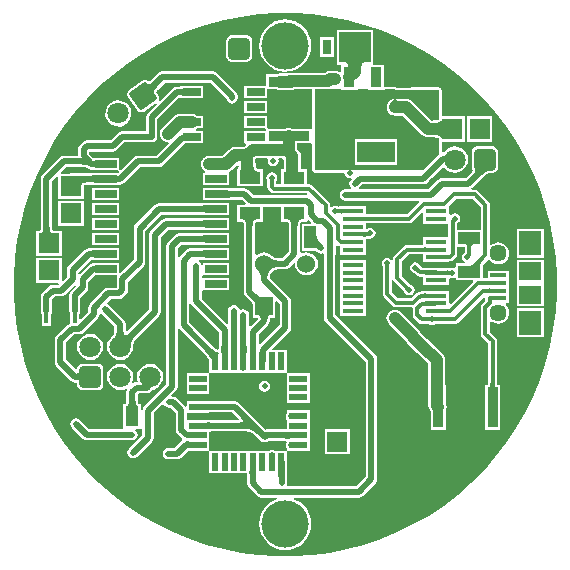
<source format=gtl>
G04*
G04 #@! TF.GenerationSoftware,Altium Limited,Altium Designer,18.1.9 (240)*
G04*
G04 Layer_Physical_Order=1*
G04 Layer_Color=255*
%FSLAX25Y25*%
%MOIN*%
G70*
G01*
G75*
%ADD11C,0.01968*%
%ADD15R,0.03000X0.05000*%
%ADD16R,0.10512X0.10000*%
%ADD17R,0.13504X0.03347*%
%ADD18R,0.06890X0.06693*%
%ADD19R,0.04331X0.06693*%
%ADD20R,0.07284X0.02559*%
%ADD21R,0.06004X0.02559*%
%ADD22R,0.07087X0.01772*%
%ADD23R,0.03740X0.06890*%
%ADD24R,0.12598X0.06890*%
%ADD25R,0.05906X0.02362*%
%ADD26R,0.02362X0.05906*%
%ADD27R,0.07480X0.08268*%
%ADD28R,0.07480X0.05906*%
%ADD29R,0.05315X0.01575*%
%ADD30R,0.03347X0.13504*%
%ADD31R,0.06693X0.06890*%
%ADD32R,0.07362X0.04055*%
%ADD33R,0.01575X0.07874*%
%ADD34R,0.07087X0.04134*%
%ADD35R,0.04055X0.07362*%
G04:AMPARAMS|DCode=36|XSize=70.87mil|YSize=70.87mil|CornerRadius=8.86mil|HoleSize=0mil|Usage=FLASHONLY|Rotation=180.000|XOffset=0mil|YOffset=0mil|HoleType=Round|Shape=RoundedRectangle|*
%AMROUNDEDRECTD36*
21,1,0.07087,0.05315,0,0,180.0*
21,1,0.05315,0.07087,0,0,180.0*
1,1,0.01772,-0.02657,0.02657*
1,1,0.01772,0.02657,0.02657*
1,1,0.01772,0.02657,-0.02657*
1,1,0.01772,-0.02657,-0.02657*
%
%ADD36ROUNDEDRECTD36*%
%ADD37C,0.07087*%
%ADD38C,0.05709*%
G04:AMPARAMS|DCode=39|XSize=70.87mil|YSize=70.87mil|CornerRadius=8.86mil|HoleSize=0mil|Usage=FLASHONLY|Rotation=215.000|XOffset=0mil|YOffset=0mil|HoleType=Round|Shape=RoundedRectangle|*
%AMROUNDEDRECTD39*
21,1,0.07087,0.05315,0,0,215.0*
21,1,0.05315,0.07087,0,0,215.0*
1,1,0.01772,-0.03701,0.00653*
1,1,0.01772,0.00653,0.03701*
1,1,0.01772,0.03701,-0.00653*
1,1,0.01772,-0.00653,-0.03701*
%
%ADD39ROUNDEDRECTD39*%
%ADD40C,0.06000*%
%ADD41R,0.06000X0.06000*%
%ADD42C,0.01968*%
%ADD44C,0.15748*%
%ADD45C,0.03937*%
%ADD46C,0.02165*%
%ADD47C,0.01378*%
G36*
X8880Y90163D02*
X14758Y89390D01*
X20573Y88233D01*
X26300Y86699D01*
X31914Y84793D01*
X37391Y82524D01*
X42708Y79902D01*
X47843Y76938D01*
X52772Y73644D01*
X57476Y70034D01*
X61933Y66126D01*
X66126Y61933D01*
X70034Y57476D01*
X73644Y52772D01*
X76938Y47843D01*
X79902Y42708D01*
X82524Y37391D01*
X84793Y31914D01*
X86699Y26300D01*
X88233Y20573D01*
X89390Y14758D01*
X90163Y8880D01*
X90551Y2964D01*
Y0D01*
Y-2964D01*
X90163Y-8880D01*
X89390Y-14758D01*
X88233Y-20573D01*
X86699Y-26300D01*
X84793Y-31914D01*
X82524Y-37391D01*
X79902Y-42708D01*
X76938Y-47843D01*
X73644Y-52772D01*
X70034Y-57476D01*
X66126Y-61933D01*
X61933Y-66126D01*
X57476Y-70034D01*
X52772Y-73644D01*
X47843Y-76938D01*
X42708Y-79902D01*
X37391Y-82524D01*
X31914Y-84793D01*
X26300Y-86699D01*
X20573Y-88233D01*
X14758Y-89390D01*
X8880Y-90163D01*
X2964Y-90551D01*
X-2964D01*
X-8880Y-90163D01*
X-14758Y-89390D01*
X-20573Y-88233D01*
X-26300Y-86699D01*
X-31914Y-84793D01*
X-37391Y-82524D01*
X-42708Y-79902D01*
X-47843Y-76938D01*
X-52772Y-73644D01*
X-57476Y-70034D01*
X-61933Y-66126D01*
X-66126Y-61933D01*
X-70034Y-57476D01*
X-73644Y-52772D01*
X-76938Y-47843D01*
X-79902Y-42708D01*
X-82524Y-37391D01*
X-84793Y-31914D01*
X-86699Y-26300D01*
X-88233Y-20573D01*
X-89390Y-14758D01*
X-90163Y-8880D01*
X-90551Y-2964D01*
Y0D01*
Y2964D01*
X-90163Y8880D01*
X-89390Y14758D01*
X-88233Y20573D01*
X-86699Y26300D01*
X-84793Y31914D01*
X-82524Y37391D01*
X-79902Y42708D01*
X-76938Y47843D01*
X-73644Y52772D01*
X-70034Y57476D01*
X-66126Y61933D01*
X-61933Y66126D01*
X-57476Y70034D01*
X-52772Y73644D01*
X-47843Y76938D01*
X-42708Y79902D01*
X-37391Y82524D01*
X-31914Y84793D01*
X-26300Y86699D01*
X-20573Y88233D01*
X-14758Y89390D01*
X-8880Y90163D01*
X-2964Y90551D01*
X2964D01*
X8880Y90163D01*
D02*
G37*
%LPC*%
G36*
X16254Y82421D02*
X11679D01*
Y75846D01*
X16254D01*
Y82421D01*
D02*
G37*
G36*
X-12638Y83104D02*
X-17953D01*
X-18606Y82974D01*
X-19159Y82604D01*
X-19529Y82051D01*
X-19659Y81398D01*
Y76083D01*
X-19529Y75430D01*
X-19159Y74876D01*
X-18606Y74506D01*
X-17953Y74377D01*
X-12638D01*
X-11985Y74506D01*
X-11432Y74876D01*
X-11062Y75430D01*
X-10932Y76083D01*
Y81398D01*
X-11062Y82051D01*
X-11432Y82604D01*
X-11985Y82974D01*
X-12638Y83104D01*
D02*
G37*
G36*
X-24016Y71198D02*
X-40950D01*
X-41679Y71053D01*
X-42298Y70640D01*
X-44906Y68032D01*
X-45048Y67913D01*
X-45253Y67767D01*
X-45416Y67674D01*
X-45510Y67637D01*
X-45849Y67962D01*
X-46470Y68204D01*
X-47135Y68189D01*
X-47745Y67921D01*
X-52098Y64872D01*
X-52559Y64392D01*
X-52800Y63771D01*
X-52785Y63106D01*
X-52517Y62497D01*
X-49469Y58143D01*
X-48988Y57682D01*
X-48368Y57441D01*
X-47702Y57456D01*
X-47093Y57724D01*
X-43220Y60436D01*
X-42897Y60051D01*
X-45762Y57186D01*
X-46153Y56600D01*
X-46291Y55909D01*
Y51114D01*
X-54433D01*
X-55124Y50976D01*
X-55710Y50585D01*
X-58088Y48207D01*
X-66000D01*
X-66000Y48207D01*
X-66730Y48062D01*
X-67348Y47648D01*
X-67348Y47648D01*
X-68548Y46448D01*
X-68962Y45830D01*
X-69107Y45100D01*
Y43049D01*
X-73819D01*
X-73819Y43049D01*
X-74549Y42903D01*
X-75167Y42490D01*
X-80974Y36683D01*
X-81388Y36064D01*
X-81533Y35335D01*
Y18854D01*
X-81549Y18670D01*
X-81591Y18414D01*
X-81644Y18219D01*
X-81698Y18088D01*
X-81741Y18016D01*
X-81763Y17993D01*
X-81763Y17993D01*
X-81764Y17993D01*
X-81866Y17982D01*
X-82972D01*
Y9714D01*
X-74508D01*
Y17982D01*
X-77386D01*
X-77488Y17993D01*
X-77488Y17993D01*
X-77489Y17993D01*
X-77510Y18016D01*
X-77554Y18088D01*
X-77608Y18219D01*
X-77660Y18414D01*
X-77703Y18670D01*
X-77719Y18854D01*
Y34545D01*
X-76064Y36201D01*
X-75602Y36009D01*
Y28694D01*
X-67137D01*
Y33112D01*
X-67113Y33134D01*
X-67040Y33178D01*
X-66906Y33233D01*
X-66710Y33285D01*
X-66453Y33328D01*
X-66267Y33345D01*
X-64500D01*
X-64289Y33341D01*
X-64272Y33339D01*
Y33209D01*
X-63490D01*
X-63472Y33205D01*
X-63455Y33209D01*
X-55875D01*
X-55413Y33209D01*
Y33209D01*
X-54980Y33369D01*
X-54251Y33514D01*
X-53632Y33927D01*
X-48324Y39235D01*
X-42194D01*
X-41465Y39380D01*
X-40846Y39794D01*
X-33514Y47126D01*
X-27410D01*
Y51260D01*
X-29772D01*
X-29872Y51760D01*
X-29810Y51786D01*
X-29366Y52126D01*
X-27410D01*
Y56260D01*
X-29366D01*
X-29810Y56600D01*
X-30480Y56878D01*
X-31199Y56973D01*
X-35177D01*
X-35897Y56878D01*
X-36567Y56600D01*
X-37143Y56159D01*
X-40942Y52359D01*
X-41384Y51784D01*
X-41661Y51113D01*
X-41756Y50394D01*
X-41661Y49674D01*
X-41384Y49004D01*
X-40942Y48428D01*
X-40366Y47986D01*
X-39696Y47709D01*
X-39108Y47631D01*
X-38868Y47165D01*
X-42984Y43049D01*
X-49114D01*
X-49844Y42903D01*
X-50462Y42490D01*
X-54769Y38183D01*
X-54940Y38182D01*
X-55413Y38649D01*
X-55413Y42342D01*
X-63957D01*
X-65293Y43679D01*
Y44310D01*
X-65210Y44393D01*
X-57440D01*
X-56711Y44538D01*
X-56092Y44952D01*
X-56022Y45022D01*
X-55736Y45450D01*
X-53685Y47501D01*
X-44485D01*
X-43793Y47638D01*
X-43207Y48030D01*
X-42816Y48616D01*
X-42678Y49307D01*
Y55161D01*
X-35489Y62350D01*
X-34989Y62299D01*
Y62126D01*
X-34234D01*
X-34223Y62123D01*
X-34206Y62126D01*
X-34189Y62123D01*
X-34172Y62126D01*
X-27410D01*
Y66260D01*
X-34172D01*
X-34189Y66263D01*
X-34206Y66260D01*
X-34223Y66263D01*
X-34234Y66260D01*
X-34989D01*
Y66033D01*
X-35542Y65999D01*
X-36201D01*
X-36892Y65862D01*
X-37478Y65470D01*
X-41772Y61176D01*
X-42200Y61455D01*
X-42037Y61874D01*
X-42052Y62539D01*
X-42320Y63148D01*
X-42995Y64112D01*
X-42998Y64145D01*
X-42989Y64222D01*
X-42954Y64340D01*
X-42883Y64498D01*
X-42768Y64691D01*
X-42607Y64914D01*
X-42483Y65062D01*
X-40160Y67385D01*
X-24805D01*
X-19623Y62202D01*
X-19478Y61475D01*
X-19065Y60856D01*
X-18446Y60443D01*
X-17717Y60298D01*
X-16987Y60443D01*
X-16368Y60856D01*
X-15955Y61475D01*
X-15810Y62205D01*
Y62992D01*
X-15955Y63722D01*
X-16368Y64340D01*
X-22668Y70640D01*
X-23286Y71053D01*
X-24016Y71198D01*
D02*
G37*
G36*
X-6056Y61260D02*
X-13634D01*
Y57126D01*
X-6056D01*
Y61260D01*
D02*
G37*
G36*
X-55991Y61438D02*
X-57104Y61191D01*
X-58116Y60665D01*
X-58956Y59894D01*
X-59569Y58933D01*
X-59912Y57845D01*
X-59962Y56706D01*
X-59715Y55593D01*
X-59188Y54581D01*
X-58418Y53741D01*
X-57456Y53128D01*
X-56369Y52785D01*
X-55230Y52735D01*
X-54116Y52982D01*
X-53105Y53509D01*
X-52264Y54279D01*
X-51651Y55241D01*
X-51309Y56328D01*
X-51259Y57467D01*
X-51506Y58581D01*
X-52032Y59592D01*
X-52802Y60433D01*
X-53764Y61045D01*
X-54852Y61388D01*
X-55991Y61438D01*
D02*
G37*
G36*
X0Y88428D02*
X-1698Y88261D01*
X-3331Y87765D01*
X-4835Y86961D01*
X-6154Y85879D01*
X-7237Y84560D01*
X-8041Y83055D01*
X-8536Y81422D01*
X-8703Y79724D01*
X-8536Y78026D01*
X-8041Y76394D01*
X-7237Y74889D01*
X-6154Y73570D01*
X-4835Y72488D01*
X-3331Y71684D01*
X-1698Y71188D01*
X0Y71021D01*
X1202Y71139D01*
X1423Y71161D01*
X1480Y70664D01*
X974Y70598D01*
X729Y70496D01*
X-1698D01*
X-2417Y70402D01*
X-2959Y70177D01*
X-6397D01*
Y66260D01*
X-13634D01*
Y62126D01*
X-6056D01*
Y65256D01*
X-2959D01*
X-2417Y65032D01*
X-1698Y64937D01*
X1890D01*
X2609Y65032D01*
X2854Y65133D01*
X9040D01*
Y52409D01*
X8681Y52067D01*
X2403D01*
X1861Y52291D01*
X1142Y52386D01*
X422Y52291D01*
X-119Y52067D01*
X-5580D01*
X-6056Y52126D01*
X-6056Y52425D01*
Y56260D01*
X-13634D01*
Y52126D01*
X-6873D01*
X-6484Y52078D01*
X-6433Y51578D01*
X-6751Y51260D01*
X-13634D01*
Y47126D01*
X-13363D01*
X-13156Y46626D01*
X-13897Y45885D01*
X-16826D01*
X-17545Y45790D01*
X-18216Y45513D01*
X-18791Y45071D01*
X-18957Y44905D01*
X-20194Y43748D01*
X-20808Y43245D01*
X-21069Y43055D01*
X-25275D01*
X-25995Y42961D01*
X-26665Y42683D01*
X-27109Y42342D01*
X-27461D01*
Y41955D01*
X-27683Y41666D01*
X-27960Y40995D01*
X-28055Y40276D01*
X-27960Y39556D01*
X-27683Y38886D01*
X-27461Y38596D01*
Y38209D01*
X-27109D01*
X-26665Y37868D01*
X-26603Y37843D01*
X-26702Y37343D01*
X-27461D01*
Y33209D01*
X-18602D01*
Y37188D01*
X-18602Y37343D01*
X-18465Y37786D01*
X-18266Y37868D01*
X-17690Y38310D01*
X-16063Y39937D01*
X-15577Y39715D01*
X-15614Y39178D01*
X-15664Y38794D01*
X-15721Y38502D01*
X-15728Y38480D01*
X-16142D01*
Y37745D01*
X-16143Y37740D01*
X-16142Y37730D01*
Y37698D01*
X-16145Y37681D01*
X-16142Y37664D01*
Y32772D01*
X-7480D01*
Y38480D01*
X-8734D01*
X-9005Y38509D01*
X-9156Y38562D01*
X-9289Y38651D01*
X-9426Y38798D01*
X-9567Y39029D01*
X-9700Y39356D01*
X-9815Y39781D01*
X-9902Y40302D01*
X-9956Y40916D01*
X-9966Y41311D01*
Y41954D01*
X-9660Y42261D01*
X-6045D01*
X-5715Y41761D01*
X-5806Y41300D01*
X-5669Y40609D01*
X-5277Y40023D01*
X-4691Y39631D01*
X-4000Y39494D01*
X-3309Y39631D01*
X-2723Y40023D01*
X-2331Y40609D01*
X-2194Y41300D01*
X-2285Y41761D01*
X-1956Y42261D01*
X-949D01*
X-366Y41678D01*
Y38480D01*
X-1261D01*
Y33434D01*
X-2971D01*
Y34690D01*
X-2807Y34935D01*
X-2670Y35626D01*
X-2807Y36317D01*
X-3199Y36903D01*
X-3785Y37295D01*
X-4476Y37432D01*
X-5167Y37295D01*
X-5754Y36903D01*
X-6145Y36317D01*
X-6283Y35626D01*
X-6145Y34935D01*
X-5982Y34690D01*
Y32551D01*
X-5867Y31975D01*
X-5541Y31487D01*
X-4919Y30865D01*
X-4431Y30538D01*
X-3854Y30424D01*
X7111D01*
X7181Y30307D01*
X6899Y29807D01*
X-10510D01*
X-12327Y31624D01*
X-12946Y32037D01*
X-13676Y32182D01*
X-18298D01*
X-18602Y32196D01*
Y32342D01*
X-19385D01*
X-19402Y32346D01*
X-19419Y32342D01*
X-27461D01*
Y28209D01*
X-19419D01*
X-19402Y28205D01*
X-19385Y28209D01*
X-18602D01*
Y28320D01*
X-17897Y28369D01*
X-14465D01*
X-13228Y27131D01*
X-13419Y26669D01*
X-16142D01*
Y20961D01*
X-14079D01*
X-14058Y20938D01*
X-14014Y20866D01*
X-13960Y20732D01*
X-13907Y20535D01*
X-13864Y20278D01*
X-13848Y20091D01*
Y-2269D01*
X-13703Y-2999D01*
X-13289Y-3618D01*
X-11774Y-5133D01*
X-11400Y-5536D01*
X-11127Y-5876D01*
X-10916Y-6178D01*
X-10859Y-6278D01*
Y-10927D01*
X-9161D01*
X-9140Y-10929D01*
X-9116Y-10973D01*
X-9070Y-11093D01*
X-9025Y-11273D01*
X-9008Y-11383D01*
X-11556Y-13931D01*
X-12018Y-13740D01*
Y-10119D01*
X-12018Y-10119D01*
X-12163Y-9389D01*
X-12577Y-8771D01*
X-12652Y-8696D01*
X-13270Y-8283D01*
X-14000Y-8137D01*
X-14729Y-8282D01*
X-14863Y-8309D01*
X-15267Y-8141D01*
X-15297Y-7987D01*
X-15711Y-7369D01*
X-15828Y-7252D01*
X-16446Y-6838D01*
X-17176Y-6693D01*
X-17906Y-6838D01*
X-18524Y-7252D01*
X-18937Y-7870D01*
X-19083Y-8600D01*
X-18966Y-9188D01*
Y-13008D01*
X-19428Y-13200D01*
X-27861Y-4766D01*
Y-2032D01*
X-27461Y-1791D01*
X-27361Y-1791D01*
X-18602D01*
Y2342D01*
X-27361D01*
X-27461Y2342D01*
X-27752Y2517D01*
Y2945D01*
X-27324Y3209D01*
X-18602D01*
Y7343D01*
X-27461D01*
Y6694D01*
X-27961Y6645D01*
X-28006Y6874D01*
X-28420Y7492D01*
X-28585Y7603D01*
X-28692Y8276D01*
X-28619Y8369D01*
X-27765D01*
X-27461Y8355D01*
Y8209D01*
X-26678D01*
X-26661Y8205D01*
X-26644Y8209D01*
X-18602D01*
Y12342D01*
X-26644D01*
X-26661Y12346D01*
X-26678Y12342D01*
X-27461D01*
Y12232D01*
X-28166Y12182D01*
X-31636D01*
X-32366Y12037D01*
X-32984Y11624D01*
X-35216Y9392D01*
X-35402Y9114D01*
X-35902Y9266D01*
Y12113D01*
X-34646Y13369D01*
X-27765D01*
X-27461Y13355D01*
Y13209D01*
X-26678D01*
X-26661Y13205D01*
X-26644Y13209D01*
X-18602D01*
Y17343D01*
X-26644D01*
X-26661Y17346D01*
X-26678Y17343D01*
X-27461D01*
Y17232D01*
X-28166Y17182D01*
X-35436D01*
X-35436Y17182D01*
X-36166Y17037D01*
X-36784Y16624D01*
X-39157Y14252D01*
X-39570Y13633D01*
X-39715Y12903D01*
Y-33246D01*
X-47041Y-40572D01*
X-47454Y-41191D01*
X-47555Y-41697D01*
X-48055Y-41647D01*
Y-40533D01*
X-48052Y-40516D01*
X-48055Y-40499D01*
Y-39717D01*
X-48780D01*
X-48875Y-39706D01*
X-48894Y-39685D01*
X-48937Y-39614D01*
X-48991Y-39482D01*
X-49043Y-39286D01*
X-49085Y-39030D01*
X-49101Y-38847D01*
Y-36625D01*
X-48618Y-36143D01*
X-46171D01*
X-45480Y-36005D01*
X-44894Y-35614D01*
X-44253Y-34973D01*
X-43913Y-34928D01*
X-42859Y-34492D01*
X-41954Y-33797D01*
X-41260Y-32893D01*
X-40824Y-31839D01*
X-40675Y-30709D01*
X-40824Y-29578D01*
X-41260Y-28525D01*
X-41954Y-27620D01*
X-42859Y-26926D01*
X-43913Y-26489D01*
X-45043Y-26340D01*
X-46174Y-26489D01*
X-47227Y-26926D01*
X-48132Y-27620D01*
X-48826Y-28525D01*
X-49262Y-29578D01*
X-49411Y-30709D01*
X-49262Y-31839D01*
X-49204Y-31980D01*
X-49486Y-32397D01*
X-49555Y-32439D01*
X-50238Y-32575D01*
X-50721Y-32897D01*
X-51125Y-32566D01*
X-50824Y-31839D01*
X-50675Y-30709D01*
X-50824Y-29578D01*
X-51260Y-28525D01*
X-51954Y-27620D01*
X-52859Y-26926D01*
X-53913Y-26489D01*
X-55043Y-26340D01*
X-56174Y-26489D01*
X-57227Y-26926D01*
X-58132Y-27620D01*
X-58826Y-28525D01*
X-59262Y-29578D01*
X-59411Y-30709D01*
X-59262Y-31839D01*
X-58826Y-32893D01*
X-58132Y-33797D01*
X-57227Y-34492D01*
X-56174Y-34928D01*
X-55043Y-35077D01*
X-53913Y-34928D01*
X-52999Y-34549D01*
X-52667Y-34953D01*
X-52769Y-35106D01*
X-52915Y-35835D01*
Y-38847D01*
X-52930Y-39030D01*
X-52973Y-39286D01*
X-53025Y-39482D01*
X-53078Y-39614D01*
X-53122Y-39685D01*
X-53141Y-39706D01*
X-53236Y-39717D01*
X-53961D01*
Y-40499D01*
X-53964Y-40516D01*
X-53961Y-40533D01*
Y-47593D01*
X-53961Y-47984D01*
X-54415Y-48093D01*
X-65352D01*
X-68337Y-45108D01*
X-68955Y-44695D01*
X-69685Y-44550D01*
X-70415Y-44695D01*
X-71033Y-45108D01*
X-71447Y-45727D01*
X-71592Y-46457D01*
X-71447Y-47186D01*
X-71033Y-47805D01*
X-67490Y-51348D01*
X-66871Y-51762D01*
X-66142Y-51907D01*
X-51106D01*
X-50376Y-51762D01*
X-49758Y-51348D01*
X-49345Y-50730D01*
X-49200Y-50000D01*
X-49345Y-49270D01*
X-49758Y-48652D01*
X-50009Y-48484D01*
X-49857Y-47984D01*
X-48099D01*
X-48055Y-47984D01*
X-47600Y-48092D01*
Y-50131D01*
X-52057Y-54588D01*
X-52470Y-55207D01*
X-52615Y-55936D01*
X-52470Y-56666D01*
X-52057Y-57284D01*
X-51438Y-57698D01*
X-50709Y-57843D01*
X-49979Y-57698D01*
X-49360Y-57284D01*
X-44344Y-52269D01*
X-43931Y-51650D01*
X-43786Y-50920D01*
Y-42710D01*
X-40942Y-39867D01*
X-40376Y-40008D01*
X-40080Y-40451D01*
X-39494Y-40842D01*
X-38803Y-40980D01*
X-38075D01*
X-36406Y-42648D01*
Y-47196D01*
X-36507Y-47700D01*
Y-48261D01*
X-36362Y-48991D01*
X-35948Y-49609D01*
X-34344Y-51214D01*
X-34404Y-51855D01*
X-34547Y-51951D01*
X-36989Y-54392D01*
X-38926D01*
X-39656Y-54538D01*
X-40274Y-54951D01*
X-40688Y-55569D01*
X-40833Y-56299D01*
X-40688Y-57029D01*
X-40274Y-57648D01*
X-39656Y-58061D01*
X-38926Y-58206D01*
X-36199D01*
X-35469Y-58061D01*
X-34851Y-57648D01*
X-32471Y-55268D01*
X-32041D01*
X-32023Y-55271D01*
X-32006Y-55268D01*
X-29168D01*
X-28984Y-55304D01*
X-28800Y-55268D01*
X-25842D01*
X-25342Y-55268D01*
X-25342Y-55768D01*
Y-62748D01*
X-12716D01*
X-12682Y-63599D01*
Y-66200D01*
X-12537Y-66930D01*
X-12124Y-67548D01*
X-9271Y-70401D01*
X-8652Y-70814D01*
X-7923Y-70960D01*
X-7923Y-70960D01*
X-2666D01*
X-2592Y-71460D01*
X-3331Y-71684D01*
X-4835Y-72488D01*
X-6154Y-73570D01*
X-7237Y-74889D01*
X-8041Y-76394D01*
X-8536Y-78026D01*
X-8703Y-79724D01*
X-8536Y-81422D01*
X-8041Y-83055D01*
X-7237Y-84560D01*
X-6154Y-85879D01*
X-4835Y-86961D01*
X-3331Y-87765D01*
X-1698Y-88261D01*
X0Y-88428D01*
X1698Y-88261D01*
X3331Y-87765D01*
X4835Y-86961D01*
X6154Y-85879D01*
X7237Y-84560D01*
X8041Y-83055D01*
X8536Y-81422D01*
X8703Y-79724D01*
X8536Y-78026D01*
X8041Y-76394D01*
X7237Y-74889D01*
X6154Y-73570D01*
X4835Y-72488D01*
X3331Y-71684D01*
X2747Y-71507D01*
X2822Y-71007D01*
X24483D01*
X25213Y-70862D01*
X25831Y-70448D01*
X30086Y-66193D01*
X30499Y-65575D01*
X30645Y-64845D01*
Y-24893D01*
X30645Y-24893D01*
X30499Y-24164D01*
X30086Y-23545D01*
X16707Y-10166D01*
Y9886D01*
X16814Y10047D01*
X16960Y10777D01*
Y12959D01*
X17298Y13142D01*
X17459Y13180D01*
X17907Y12881D01*
X18110Y12840D01*
Y10039D01*
X26772D01*
Y12598D01*
Y15312D01*
X26956Y15325D01*
X28018D01*
X28135Y15349D01*
X28308Y15314D01*
X28999Y15452D01*
X29585Y15843D01*
X29977Y16429D01*
X30114Y17120D01*
X29977Y17812D01*
X29585Y18398D01*
X28999Y18789D01*
X28308Y18927D01*
X27617Y18789D01*
X27272Y18559D01*
X26772Y18826D01*
Y20430D01*
X26956Y20444D01*
X41318D01*
X41894Y20558D01*
X42382Y20884D01*
X45601Y24103D01*
X46063Y23912D01*
Y20276D01*
X54318D01*
Y15945D01*
X46063D01*
Y13231D01*
X45879Y13218D01*
X40513D01*
X39937Y13103D01*
X39448Y12777D01*
X36336Y9664D01*
X36009Y9176D01*
X35895Y8600D01*
Y8353D01*
X35395Y8202D01*
X35277Y8377D01*
X34691Y8769D01*
X34000Y8906D01*
X33309Y8769D01*
X32723Y8377D01*
X32331Y7791D01*
X32194Y7100D01*
X32331Y6409D01*
X32495Y6164D01*
Y-3000D01*
X32609Y-3576D01*
X32936Y-4064D01*
X35920Y-7049D01*
X36409Y-7376D01*
X36985Y-7490D01*
X42135D01*
X42567Y-7880D01*
Y-10044D01*
X42682Y-10620D01*
X43008Y-11108D01*
X44543Y-12644D01*
X45032Y-12970D01*
X45608Y-13085D01*
X47972D01*
X48217Y-13248D01*
X48908Y-13386D01*
X49599Y-13248D01*
X49844Y-13085D01*
X56467D01*
X57043Y-12970D01*
X57531Y-12644D01*
X66206Y-3969D01*
X66667Y-4215D01*
X66605Y-4527D01*
Y-5457D01*
X65668Y-6394D01*
X65342Y-6882D01*
X65227Y-7458D01*
Y-16432D01*
X65342Y-17008D01*
X65668Y-17497D01*
X67595Y-19423D01*
Y-33086D01*
X67586Y-33182D01*
X67563Y-33322D01*
X67553Y-33361D01*
X66694D01*
Y-48439D01*
X71616D01*
Y-33361D01*
X70647D01*
X70637Y-33322D01*
X70614Y-33182D01*
X70605Y-33086D01*
Y-18800D01*
X70491Y-18224D01*
X70164Y-17736D01*
X68238Y-15809D01*
Y-12304D01*
X68738Y-12058D01*
X69226Y-12433D01*
X70112Y-12800D01*
X71063Y-12925D01*
X72014Y-12800D01*
X72900Y-12433D01*
X73660Y-11849D01*
X74244Y-11089D01*
X74611Y-10203D01*
X74736Y-9252D01*
X74611Y-8301D01*
X74244Y-7415D01*
X73660Y-6655D01*
X73558Y-6576D01*
X73718Y-6102D01*
X74508D01*
Y-3543D01*
Y-984D01*
Y1575D01*
Y4724D01*
X67618D01*
Y2105D01*
X67477Y2096D01*
X65787D01*
Y6324D01*
X65791Y6339D01*
X65793Y6451D01*
X65799Y6534D01*
X65808Y6604D01*
X65819Y6662D01*
X65830Y6706D01*
X65840Y6733D01*
X67466Y8359D01*
X67468Y8360D01*
X68111Y8298D01*
X68466Y7836D01*
X69226Y7252D01*
X70112Y6885D01*
X71063Y6760D01*
X72014Y6885D01*
X72900Y7252D01*
X73660Y7836D01*
X74244Y8597D01*
X74611Y9482D01*
X74736Y10433D01*
X74611Y11384D01*
X74244Y12270D01*
X73660Y13030D01*
X72900Y13614D01*
X72014Y13981D01*
X71063Y14106D01*
X70112Y13981D01*
X69226Y13614D01*
X68738Y13239D01*
X68238Y13486D01*
Y26568D01*
X68123Y27144D01*
X67797Y27632D01*
X64264Y31164D01*
X63776Y31491D01*
X63200Y31605D01*
X62155D01*
X62003Y32105D01*
X62372Y32352D01*
X66493Y36473D01*
X66673Y36628D01*
X66954Y36842D01*
X67221Y37019D01*
X67473Y37159D01*
X67708Y37265D01*
X67927Y37339D01*
X68065Y37369D01*
X69193D01*
X69846Y37499D01*
X70399Y37868D01*
X70769Y38422D01*
X70899Y39075D01*
Y44390D01*
X70769Y45043D01*
X70399Y45596D01*
X69846Y45966D01*
X69193Y46096D01*
X63878D01*
X63225Y45966D01*
X62672Y45596D01*
X62302Y45043D01*
X62172Y44390D01*
Y39075D01*
X62258Y38644D01*
X62257Y38641D01*
X62260Y38635D01*
X62302Y38422D01*
X62353Y38346D01*
X62353Y38343D01*
X62419Y38225D01*
X62436Y38177D01*
X62442Y38132D01*
X62440Y38076D01*
X62424Y37997D01*
X62384Y37890D01*
X62313Y37756D01*
X62207Y37597D01*
X62134Y37507D01*
X60234Y35607D01*
X52308D01*
X52307Y35607D01*
X51578Y35462D01*
X50959Y35048D01*
X50959Y35048D01*
X47739Y31828D01*
X24764D01*
X24613Y32328D01*
X24648Y32352D01*
X25724Y33428D01*
X46053D01*
X46783Y33573D01*
X47402Y33986D01*
X47565Y34149D01*
X47937Y34706D01*
X52496Y39265D01*
X52995Y39233D01*
X53447Y38644D01*
X54351Y37949D01*
X55405Y37513D01*
X56535Y37364D01*
X57666Y37513D01*
X58719Y37949D01*
X59624Y38644D01*
X60318Y39548D01*
X60755Y40602D01*
X60904Y41732D01*
X60755Y42863D01*
X60318Y43916D01*
X59624Y44821D01*
X58719Y45515D01*
X57666Y45952D01*
X56535Y46100D01*
X55405Y45952D01*
X54351Y45515D01*
X53447Y44821D01*
X52893Y44099D01*
X52527Y44060D01*
X52091Y44433D01*
Y47359D01*
X52374Y47733D01*
X52391Y47736D01*
X59842D01*
Y56201D01*
X52391D01*
X52374Y56204D01*
X52091Y56578D01*
Y64960D01*
X52061Y65110D01*
X52033Y65260D01*
X52030Y65263D01*
X52030Y65267D01*
X51945Y65394D01*
X51861Y65522D01*
X51858Y65524D01*
X51856Y65527D01*
X51729Y65612D01*
X51602Y65698D01*
X51599Y65699D01*
X51595Y65701D01*
X51445Y65731D01*
X51296Y65762D01*
X42221Y65849D01*
X42219Y65848D01*
X42217Y65849D01*
X42065Y65819D01*
X41913Y65791D01*
X41911Y65790D01*
X41909Y65789D01*
X41781Y65704D01*
X41721Y65665D01*
X37281D01*
X37280Y65666D01*
X37153Y65751D01*
X37027Y65837D01*
X37023Y65838D01*
X37020Y65840D01*
X36870Y65870D01*
X36720Y65901D01*
X33252Y65934D01*
X33230Y65963D01*
X32972Y66377D01*
Y73327D01*
X29758D01*
X29266Y73347D01*
Y84921D01*
X17179D01*
Y73347D01*
X18111D01*
X18602Y73327D01*
Y71022D01*
X18102Y70775D01*
X17925Y70911D01*
X17255Y71189D01*
X16535Y71284D01*
X14961D01*
X14241Y71189D01*
X13571Y70911D01*
X13286Y70692D01*
X1968D01*
X1750Y70693D01*
X1698Y71188D01*
X1902Y71250D01*
X3331Y71684D01*
X4835Y72488D01*
X6154Y73570D01*
X7237Y74889D01*
X8041Y76394D01*
X8536Y78026D01*
X8703Y79724D01*
X8536Y81422D01*
X8041Y83055D01*
X7237Y84560D01*
X6154Y85879D01*
X4835Y86961D01*
X3331Y87765D01*
X1698Y88261D01*
X0Y88428D01*
D02*
G37*
G36*
X68898Y56201D02*
X60630D01*
Y47736D01*
X68898D01*
Y56201D01*
D02*
G37*
G36*
X-55413Y32342D02*
X-64272D01*
Y28209D01*
X-55413D01*
Y32342D01*
D02*
G37*
G36*
X-26661Y27346D02*
X-26678Y27343D01*
X-27461D01*
Y27232D01*
X-28166Y27182D01*
X-42036D01*
X-42036Y27182D01*
X-42766Y27037D01*
X-43384Y26624D01*
X-49916Y20092D01*
X-50329Y19474D01*
X-50474Y18744D01*
Y8357D01*
X-54951Y3880D01*
X-55413Y4072D01*
Y7343D01*
X-64272D01*
Y7030D01*
X-64701Y6944D01*
X-65287Y6553D01*
X-68493Y3346D01*
X-68993Y3553D01*
Y4038D01*
X-64772Y8260D01*
X-64272Y8209D01*
Y8209D01*
X-63490D01*
X-63472Y8205D01*
X-63455Y8209D01*
X-55413D01*
Y12342D01*
X-63455D01*
X-63472Y12346D01*
X-63490Y12342D01*
X-64272D01*
Y12215D01*
X-64790Y12182D01*
X-65453D01*
X-66182Y12037D01*
X-66801Y11624D01*
X-72248Y6177D01*
X-72662Y5558D01*
X-72807Y4828D01*
Y2574D01*
X-74046Y1335D01*
X-74508Y1526D01*
Y8927D01*
X-82972D01*
Y659D01*
X-75650D01*
X-75406Y159D01*
X-75578Y-62D01*
X-77559D01*
X-78289Y-207D01*
X-78907Y-620D01*
X-80974Y-2687D01*
X-81388Y-3306D01*
X-81533Y-4035D01*
Y-8858D01*
X-81388Y-9588D01*
X-81201Y-9867D01*
Y-13583D01*
X-78051D01*
Y-9867D01*
X-77864Y-9588D01*
X-77719Y-8858D01*
Y-4825D01*
X-76769Y-3875D01*
X-74653D01*
X-73923Y-3730D01*
X-73304Y-3317D01*
X-70164Y-176D01*
X-69621Y-341D01*
X-69600Y-446D01*
X-71153Y-1998D01*
X-71454Y-2200D01*
X-71846Y-2786D01*
X-71983Y-3477D01*
Y-8858D01*
X-71846Y-9550D01*
X-71752Y-9690D01*
Y-12883D01*
X-71854Y-12904D01*
X-72472Y-13317D01*
X-76273Y-17118D01*
X-76687Y-17737D01*
X-76832Y-18466D01*
Y-25787D01*
X-76687Y-26517D01*
X-76273Y-27136D01*
X-71352Y-32057D01*
X-70733Y-32470D01*
X-70004Y-32615D01*
X-70004Y-32615D01*
X-69447D01*
X-69406Y-32618D01*
Y-33366D01*
X-69277Y-34019D01*
X-68907Y-34572D01*
X-68353Y-34942D01*
X-67700Y-35072D01*
X-62386D01*
X-61733Y-34942D01*
X-61179Y-34572D01*
X-60809Y-34019D01*
X-60680Y-33366D01*
Y-28051D01*
X-60809Y-27398D01*
X-61179Y-26845D01*
X-61733Y-26475D01*
X-62386Y-26345D01*
X-67700D01*
X-68353Y-26475D01*
X-68907Y-26845D01*
X-69277Y-27398D01*
X-69382Y-27927D01*
X-69856Y-28160D01*
X-73018Y-24998D01*
Y-19256D01*
X-70334Y-16572D01*
X-68615D01*
X-67886Y-16427D01*
X-67267Y-16014D01*
X-62452Y-11198D01*
X-62038Y-10580D01*
X-61893Y-9850D01*
Y-9767D01*
X-61393Y-9601D01*
X-61210Y-9723D01*
X-56950Y-13983D01*
Y-15527D01*
X-56973Y-15697D01*
X-57027Y-15936D01*
X-57103Y-16172D01*
X-57202Y-16409D01*
X-57326Y-16646D01*
X-57475Y-16884D01*
X-57651Y-17124D01*
X-57854Y-17364D01*
X-58012Y-17528D01*
X-58132Y-17620D01*
X-58826Y-18525D01*
X-59262Y-19578D01*
X-59411Y-20709D01*
X-59262Y-21839D01*
X-58826Y-22893D01*
X-58132Y-23797D01*
X-57227Y-24491D01*
X-56174Y-24928D01*
X-55043Y-25077D01*
X-53913Y-24928D01*
X-52859Y-24491D01*
X-51954Y-23797D01*
X-51260Y-22893D01*
X-50824Y-21839D01*
X-50675Y-20709D01*
X-50695Y-20559D01*
X-50690Y-20332D01*
X-50664Y-20018D01*
X-50619Y-19724D01*
X-50556Y-19450D01*
X-50476Y-19195D01*
X-50379Y-18958D01*
X-50265Y-18736D01*
X-50135Y-18529D01*
X-50031Y-18393D01*
X-42020Y-10381D01*
X-41606Y-9763D01*
X-41461Y-9033D01*
Y15954D01*
X-39046Y18369D01*
X-27765D01*
X-27461Y18355D01*
Y18209D01*
X-26678D01*
X-26661Y18205D01*
X-26644Y18209D01*
X-18602D01*
Y22343D01*
X-26644D01*
X-26661Y22346D01*
X-26678Y22343D01*
X-27461D01*
Y22232D01*
X-28166Y22182D01*
X-39836D01*
X-39836Y22182D01*
X-40566Y22037D01*
X-41184Y21624D01*
X-44716Y18092D01*
X-45129Y17474D01*
X-45274Y16744D01*
Y-8243D01*
X-52623Y-15592D01*
X-52909Y-15556D01*
X-53136Y-15380D01*
Y-13194D01*
X-53136Y-13194D01*
X-53281Y-12464D01*
X-53695Y-11845D01*
X-58725Y-6815D01*
X-59218Y-6486D01*
X-59365Y-5927D01*
X-58220Y-4781D01*
X-55426D01*
X-54697Y-4636D01*
X-54078Y-4222D01*
X-52982Y-3127D01*
X-52569Y-2508D01*
X-52424Y-1778D01*
Y1015D01*
X-47219Y6219D01*
X-46806Y6838D01*
X-46661Y7568D01*
Y17954D01*
X-41246Y23369D01*
X-27765D01*
X-27461Y23355D01*
Y23209D01*
X-26678D01*
X-26661Y23205D01*
X-26644Y23209D01*
X-18602D01*
Y27343D01*
X-26644D01*
X-26661Y27346D01*
D02*
G37*
G36*
X-55413Y27343D02*
X-64272D01*
Y23209D01*
X-55413D01*
Y27343D01*
D02*
G37*
G36*
X-67137Y27906D02*
X-75602D01*
Y19639D01*
X-67137D01*
Y27906D01*
D02*
G37*
G36*
X-55413Y22343D02*
X-64272D01*
Y18209D01*
X-55413D01*
Y22343D01*
D02*
G37*
G36*
Y17343D02*
X-64272D01*
Y13209D01*
X-55413D01*
Y17343D01*
D02*
G37*
G36*
X81693Y18738D02*
X81409Y18701D01*
X77165D01*
Y8858D01*
X86220D01*
Y18701D01*
X81977D01*
X81693Y18738D01*
D02*
G37*
G36*
X86220Y8268D02*
X77165D01*
Y894D01*
X77165Y787D01*
Y394D01*
X77165Y287D01*
Y-7087D01*
X86220D01*
Y287D01*
X86220Y394D01*
Y787D01*
X86220Y894D01*
Y8268D01*
D02*
G37*
G36*
X26772Y8268D02*
X18110D01*
Y4921D01*
Y2362D01*
Y-197D01*
Y-2756D01*
Y-5315D01*
Y-7874D01*
Y-10433D01*
X26772D01*
Y-7874D01*
Y-5315D01*
Y-2756D01*
Y-197D01*
Y2362D01*
Y4921D01*
Y8268D01*
D02*
G37*
G36*
X86220Y-7677D02*
X77165D01*
Y-17520D01*
X81409D01*
X81693Y-17557D01*
X81977Y-17520D01*
X86220D01*
Y-7677D01*
D02*
G37*
G36*
X-65043Y-16341D02*
X-66174Y-16489D01*
X-67227Y-16926D01*
X-68132Y-17620D01*
X-68826Y-18525D01*
X-69262Y-19578D01*
X-69411Y-20709D01*
X-69262Y-21839D01*
X-68826Y-22893D01*
X-68132Y-23797D01*
X-67227Y-24491D01*
X-66174Y-24928D01*
X-65043Y-25077D01*
X-63912Y-24928D01*
X-62859Y-24491D01*
X-61954Y-23797D01*
X-61260Y-22893D01*
X-60824Y-21839D01*
X-60675Y-20709D01*
X-60824Y-19578D01*
X-61260Y-18525D01*
X-61954Y-17620D01*
X-62859Y-16926D01*
X-63912Y-16489D01*
X-65043Y-16341D01*
D02*
G37*
G36*
X36508Y-8300D02*
X35789Y-8395D01*
X35118Y-8672D01*
X34542Y-9114D01*
X34101Y-9690D01*
X33823Y-10360D01*
X33728Y-11079D01*
X33823Y-11799D01*
X34101Y-12469D01*
X34542Y-13045D01*
X40194Y-18697D01*
X40211Y-18738D01*
X40653Y-19313D01*
X43945Y-22606D01*
X44521Y-23047D01*
X44562Y-23065D01*
X47720Y-26223D01*
Y-40355D01*
X47815Y-41074D01*
X48093Y-41745D01*
X48535Y-42321D01*
X48584Y-42370D01*
Y-48439D01*
X53505D01*
Y-42161D01*
X53730Y-41619D01*
X53825Y-40900D01*
X53730Y-40181D01*
X53505Y-39639D01*
Y-33361D01*
X53280D01*
Y-25072D01*
X53185Y-24352D01*
X52907Y-23682D01*
X52465Y-23106D01*
X48034Y-18675D01*
X47458Y-18233D01*
X47417Y-18216D01*
X45042Y-15841D01*
X45025Y-15800D01*
X44584Y-15224D01*
X38473Y-9114D01*
X37898Y-8672D01*
X37227Y-8395D01*
X36508Y-8300D01*
D02*
G37*
%LPD*%
G36*
X-42709Y66001D02*
X-42996Y65698D01*
X-43240Y65409D01*
X-43440Y65132D01*
X-43597Y64869D01*
X-43709Y64618D01*
X-43779Y64381D01*
X-43804Y64157D01*
X-43786Y63946D01*
X-43725Y63747D01*
X-43620Y63562D01*
X-46163Y67140D01*
X-46027Y66985D01*
X-45872Y66880D01*
X-45699Y66824D01*
X-45507Y66816D01*
X-45297Y66858D01*
X-45068Y66949D01*
X-44822Y67088D01*
X-44556Y67277D01*
X-44273Y67515D01*
X-43970Y67802D01*
X-42709Y66001D01*
D02*
G37*
G36*
X-34189Y62925D02*
X-34209Y62979D01*
X-34268Y63027D01*
X-34367Y63070D01*
X-34504Y63107D01*
X-34682Y63138D01*
X-34898Y63163D01*
X-35449Y63197D01*
X-36158Y63209D01*
Y65177D01*
X-35784Y65180D01*
X-34682Y65248D01*
X-34504Y65279D01*
X-34367Y65316D01*
X-34268Y65359D01*
X-34209Y65407D01*
X-34189Y65460D01*
Y62925D01*
D02*
G37*
G36*
X-64150Y41370D02*
X-63460Y41390D01*
Y39161D01*
X-63472Y39167D01*
X-63505Y39173D01*
X-63562Y39177D01*
X-64012Y39190D01*
X-64587Y39193D01*
Y40276D01*
X-65352Y39510D01*
X-65478Y39614D01*
X-65636Y39708D01*
X-65827Y39790D01*
X-66050Y39861D01*
X-66305Y39922D01*
X-66593Y39971D01*
X-67650Y40054D01*
X-68067Y40059D01*
X-65453Y41142D01*
X-64687Y41907D01*
X-64150Y41370D01*
D02*
G37*
G36*
X-66692Y39174D02*
X-66466Y39135D01*
X-66265Y39087D01*
X-66109Y39037D01*
X-66001Y38991D01*
X-65994Y38987D01*
X-65935Y38927D01*
X-65316Y38514D01*
X-64587Y38369D01*
X-64272D01*
Y38209D01*
X-55912D01*
X-55853Y38209D01*
X-55387Y37735D01*
X-55388Y37565D01*
X-55610Y37343D01*
X-63455D01*
X-63472Y37346D01*
X-63490Y37343D01*
X-64272D01*
Y37202D01*
X-64955Y37158D01*
X-71415D01*
X-72145Y37013D01*
X-72222Y36961D01*
X-74650D01*
X-74841Y37423D01*
X-73029Y39235D01*
X-67479D01*
X-66692Y39174D01*
D02*
G37*
G36*
X-56212Y36461D02*
X-56175Y36419D01*
X-56113Y36382D01*
X-56026Y36349D01*
X-55914Y36322D01*
X-55777Y36300D01*
X-55615Y36282D01*
X-55217Y36262D01*
X-54980Y36260D01*
Y34291D01*
X-55217Y34289D01*
X-55777Y34252D01*
X-55914Y34229D01*
X-56026Y34202D01*
X-56113Y34170D01*
X-56175Y34133D01*
X-56212Y34090D01*
X-56225Y34043D01*
Y36508D01*
X-56212Y36461D01*
D02*
G37*
G36*
X-63472Y34008D02*
X-63494Y34038D01*
X-63559Y34066D01*
X-63667Y34090D01*
X-63819Y34111D01*
X-64252Y34143D01*
X-65638Y34168D01*
Y36334D01*
X-65226Y36336D01*
X-63667Y36436D01*
X-63559Y36468D01*
X-63494Y36503D01*
X-63472Y36543D01*
Y34008D01*
D02*
G37*
G36*
X-65771Y34168D02*
X-66184Y34158D01*
X-66554Y34125D01*
X-66880Y34071D01*
X-67163Y33995D01*
X-67402Y33898D01*
X-67598Y33779D01*
X-67751Y33638D01*
X-67860Y33476D01*
X-67926Y33292D01*
X-67949Y33086D01*
X-67936Y36162D01*
X-65771Y36334D01*
Y34168D01*
D02*
G37*
G36*
X-78532Y18936D02*
X-78500Y18568D01*
X-78446Y18244D01*
X-78370Y17962D01*
X-78273Y17724D01*
X-78154Y17529D01*
X-78013Y17377D01*
X-77850Y17269D01*
X-77666Y17204D01*
X-77461Y17183D01*
X-81791D01*
X-81586Y17204D01*
X-81402Y17269D01*
X-81239Y17377D01*
X-81098Y17529D01*
X-80979Y17724D01*
X-80882Y17962D01*
X-80806Y18244D01*
X-80752Y18568D01*
X-80720Y18936D01*
X-80709Y19348D01*
X-78543D01*
X-78532Y18936D01*
D02*
G37*
G36*
X26100Y74127D02*
X25910Y74034D01*
X25743Y73879D01*
X25598Y73663D01*
X25475Y73384D01*
X25375Y73044D01*
X25297Y72641D01*
X25241Y72177D01*
X25208Y71651D01*
X25197Y71063D01*
X21260D01*
X21249Y71651D01*
X21159Y72641D01*
X21081Y73044D01*
X20981Y73384D01*
X20859Y73663D01*
X20714Y73879D01*
X20547Y74034D01*
X20357Y74127D01*
X20145Y74158D01*
X26311D01*
X26100Y74127D01*
D02*
G37*
G36*
X18602Y65271D02*
Y64862D01*
X23917D01*
Y64865D01*
X24273Y65217D01*
X27657Y65185D01*
Y64862D01*
X32972D01*
Y64862D01*
X33244Y65131D01*
X36713Y65098D01*
Y64862D01*
X42028D01*
Y64862D01*
X42213Y65046D01*
X51288Y64960D01*
Y55139D01*
X51106Y55056D01*
X50761Y54951D01*
X50329Y54864D01*
X49140Y54754D01*
X48856Y54748D01*
X48670D01*
X42320Y61098D01*
X41744Y61540D01*
X41074Y61818D01*
X40354Y61913D01*
X36614D01*
X35895Y61818D01*
X35224Y61540D01*
X34649Y61098D01*
X34207Y60523D01*
X33929Y59852D01*
X33834Y59133D01*
X33929Y58413D01*
X34207Y57743D01*
X34649Y57167D01*
X35224Y56726D01*
X35895Y56448D01*
X36614Y56353D01*
X39203D01*
X45553Y50003D01*
X46129Y49561D01*
X46799Y49283D01*
X47519Y49189D01*
X48856D01*
X49151Y49183D01*
X49779Y49142D01*
X50317Y49075D01*
X50761Y48986D01*
X51106Y48881D01*
X51288Y48798D01*
Y43416D01*
X51186Y43348D01*
X46027Y38189D01*
X9843D01*
Y65133D01*
X14370D01*
X15089Y65228D01*
X15269Y65303D01*
X18602Y65271D01*
D02*
G37*
G36*
X52374Y48536D02*
X52335Y48814D01*
X52217Y49063D01*
X52020Y49283D01*
X51744Y49473D01*
X51390Y49634D01*
X50957Y49766D01*
X50445Y49868D01*
X49854Y49941D01*
X49185Y49985D01*
X48437Y50000D01*
Y53937D01*
X49185Y53952D01*
X50445Y54069D01*
X50957Y54171D01*
X51390Y54303D01*
X51744Y54464D01*
X52020Y54655D01*
X52217Y54874D01*
X52335Y55123D01*
X52374Y55401D01*
Y48536D01*
D02*
G37*
G36*
X-15434Y41713D02*
X-16188Y40972D01*
X-18410Y39053D01*
X-18767Y38835D01*
X-19045Y38721D01*
X-19243Y38712D01*
X-19362Y38808D01*
X-19402Y39008D01*
X-23540Y41531D01*
X-23223Y41400D01*
X-22859Y41364D01*
X-22446Y41423D01*
X-21986Y41577D01*
X-21477Y41826D01*
X-20921Y42171D01*
X-20317Y42610D01*
X-19665Y43144D01*
X-18218Y44497D01*
X-15434Y41713D01*
D02*
G37*
G36*
X68570Y38196D02*
X68290Y38205D01*
X68004Y38177D01*
X67713Y38114D01*
X67415Y38014D01*
X67112Y37878D01*
X66803Y37705D01*
X66488Y37496D01*
X66167Y37251D01*
X65840Y36970D01*
X65508Y36653D01*
X62445D01*
X62667Y36889D01*
X62853Y37120D01*
X63004Y37344D01*
X63118Y37561D01*
X63197Y37773D01*
X63240Y37977D01*
X63248Y38176D01*
X63219Y38368D01*
X63155Y38554D01*
X63055Y38734D01*
X68570Y38196D01*
D02*
G37*
G36*
X-10758Y40870D02*
X-10699Y40201D01*
X-10600Y39610D01*
X-10462Y39098D01*
X-10285Y38665D01*
X-10069Y38311D01*
X-9813Y38035D01*
X-9517Y37838D01*
X-9183Y37720D01*
X-8809Y37681D01*
X-15342D01*
X-15223Y37720D01*
X-15116Y37838D01*
X-15022Y38035D01*
X-14940Y38311D01*
X-14871Y38665D01*
X-14815Y39098D01*
X-14739Y40201D01*
X-14714Y41618D01*
X-10777D01*
X-10758Y40870D01*
D02*
G37*
G36*
X-19380Y31508D02*
X-19315Y31477D01*
X-19207Y31449D01*
X-19055Y31425D01*
X-18860Y31405D01*
X-18016Y31366D01*
X-17236Y31358D01*
Y29193D01*
X-17648Y29191D01*
X-19315Y29075D01*
X-19380Y29043D01*
X-19402Y29008D01*
Y31543D01*
X-19380Y31508D01*
D02*
G37*
G36*
X65227Y25944D02*
Y18337D01*
X57328D01*
Y20466D01*
X57804Y20784D01*
X58195Y21370D01*
X58333Y22061D01*
X58195Y22752D01*
X57804Y23338D01*
X57218Y23730D01*
X56526Y23868D01*
X55835Y23730D01*
X55249Y23338D01*
X55224Y23302D01*
X54724Y23453D01*
Y26181D01*
X54724Y26181D01*
X54724D01*
X54927Y26599D01*
X56924Y28595D01*
X62577D01*
X65227Y25944D01*
D02*
G37*
G36*
X18910Y23634D02*
X18896Y23669D01*
X18855Y23700D01*
X18786Y23728D01*
X18689Y23752D01*
X18565Y23773D01*
X18414Y23789D01*
X17794Y23817D01*
X17532Y23819D01*
Y25197D01*
X17794Y25199D01*
X18689Y25263D01*
X18786Y25287D01*
X18855Y25315D01*
X18896Y25346D01*
X18910Y25382D01*
Y23634D01*
D02*
G37*
G36*
X8681Y47146D02*
X9040Y46804D01*
Y38189D01*
X9101Y37882D01*
X9275Y37621D01*
X9535Y37447D01*
X9843Y37386D01*
X19666D01*
X19802Y36700D01*
X20194Y36114D01*
X20780Y35722D01*
X21471Y35585D01*
X21858Y35662D01*
X22105Y35201D01*
X21952Y35048D01*
X21538Y34430D01*
X21393Y33700D01*
X21538Y32970D01*
X21952Y32352D01*
X21987Y32328D01*
X21836Y31828D01*
X20079D01*
X19349Y31683D01*
X18731Y31269D01*
X18317Y30651D01*
X18172Y29921D01*
X18317Y29192D01*
X18731Y28573D01*
X19349Y28160D01*
X20079Y28015D01*
X44548D01*
X44755Y27515D01*
X40694Y23454D01*
X26846D01*
X26772Y23457D01*
Y26181D01*
X18927D01*
X18910Y26184D01*
X18902Y26183D01*
X18895Y26184D01*
X18880Y26181D01*
X18110D01*
Y26181D01*
X17610Y26052D01*
X17424Y26177D01*
X16732Y26314D01*
X16041Y26177D01*
X15539Y25842D01*
X15228Y25937D01*
X15039Y26063D01*
Y26427D01*
X14925Y27003D01*
X14598Y27491D01*
X9096Y32994D01*
X8608Y33320D01*
X8032Y33434D01*
X7400D01*
Y38480D01*
X5193D01*
Y42829D01*
X5099Y43549D01*
X4821Y44219D01*
X4379Y44795D01*
X3921Y45252D01*
Y47146D01*
X8681D01*
D02*
G37*
G36*
X25986Y22787D02*
X26027Y22756D01*
X26096Y22728D01*
X26193Y22704D01*
X26317Y22684D01*
X26468Y22667D01*
X27088Y22640D01*
X27350Y22638D01*
Y21260D01*
X27088Y21258D01*
X26193Y21193D01*
X26096Y21169D01*
X26027Y21141D01*
X25986Y21110D01*
X25972Y21075D01*
Y22823D01*
X25986Y22787D01*
D02*
G37*
G36*
X5029Y21750D02*
X4845Y21685D01*
X4682Y21576D01*
X4542Y21424D01*
X4423Y21228D01*
X4325Y20988D01*
X4249Y20705D01*
X4195Y20379D01*
X4163Y20008D01*
X4152Y19595D01*
X1987D01*
X1976Y20008D01*
X1943Y20379D01*
X1889Y20705D01*
X1813Y20988D01*
X1716Y21228D01*
X1597Y21424D01*
X1456Y21576D01*
X1294Y21685D01*
X1110Y21750D01*
X904Y21772D01*
X5235D01*
X5029Y21750D01*
D02*
G37*
G36*
X-9982D02*
X-10166Y21685D01*
X-10328Y21576D01*
X-10469Y21424D01*
X-10588Y21228D01*
X-10685Y20988D01*
X-10761Y20705D01*
X-10815Y20379D01*
X-10848Y20008D01*
X-10859Y19595D01*
X-13024D01*
X-13035Y20008D01*
X-13067Y20379D01*
X-13121Y20705D01*
X-13197Y20988D01*
X-13295Y21228D01*
X-13414Y21424D01*
X-13554Y21576D01*
X-13717Y21685D01*
X-13901Y21750D01*
X-14107Y21772D01*
X-9776D01*
X-9982Y21750D01*
D02*
G37*
G36*
X25986Y17669D02*
X26027Y17638D01*
X26096Y17610D01*
X26193Y17586D01*
X26317Y17566D01*
X26468Y17549D01*
X27088Y17521D01*
X27350Y17520D01*
Y16142D01*
X27088Y16140D01*
X26193Y16075D01*
X26096Y16051D01*
X26027Y16023D01*
X25986Y15992D01*
X25972Y15957D01*
Y17705D01*
X25986Y17669D01*
D02*
G37*
G36*
X-26661Y14008D02*
X-26683Y14043D01*
X-26748Y14075D01*
X-26856Y14102D01*
X-27008Y14126D01*
X-27203Y14147D01*
X-28047Y14186D01*
X-28827Y14193D01*
Y16358D01*
X-28415Y16360D01*
X-26748Y16477D01*
X-26683Y16508D01*
X-26661Y16543D01*
Y14008D01*
D02*
G37*
G36*
X62566Y13493D02*
X62449Y13451D01*
X62345Y13383D01*
X62256Y13286D01*
X62180Y13162D01*
X62118Y13010D01*
X62070Y12831D01*
X62035Y12625D01*
X62015Y12390D01*
X62008Y12128D01*
X60630D01*
X60623Y12390D01*
X60602Y12625D01*
X60568Y12831D01*
X60520Y13010D01*
X60458Y13162D01*
X60382Y13286D01*
X60292Y13383D01*
X60189Y13451D01*
X60072Y13493D01*
X59941Y13507D01*
X62697D01*
X62566Y13493D01*
D02*
G37*
G36*
X10421Y16395D02*
X10467Y16119D01*
X10544Y15840D01*
X10651Y15557D01*
X10789Y15271D01*
X10957Y14980D01*
X11156Y14687D01*
X11386Y14390D01*
X11646Y14089D01*
X11937Y13784D01*
X11082Y11578D01*
X10953Y11705D01*
X10467Y12133D01*
X10433Y12148D01*
X10413Y12147D01*
X10406Y12131D01*
Y16667D01*
X10421Y16395D01*
D02*
G37*
G36*
X46862Y10839D02*
X46849Y10874D01*
X46807Y10905D01*
X46738Y10933D01*
X46642Y10957D01*
X46518Y10977D01*
X46366Y10994D01*
X45746Y11022D01*
X45485Y11024D01*
Y12402D01*
X45746Y12403D01*
X46642Y12468D01*
X46738Y12492D01*
X46807Y12520D01*
X46849Y12551D01*
X46862Y12586D01*
Y10839D01*
D02*
G37*
G36*
X-26661Y9008D02*
X-26683Y9043D01*
X-26748Y9075D01*
X-26856Y9102D01*
X-27008Y9126D01*
X-27203Y9147D01*
X-28047Y9186D01*
X-28827Y9193D01*
Y11358D01*
X-28415Y11360D01*
X-26748Y11477D01*
X-26683Y11508D01*
X-26661Y11543D01*
Y9008D01*
D02*
G37*
G36*
X-1261Y20961D02*
X932D01*
X953Y20938D01*
X996Y20866D01*
X1051Y20732D01*
X1103Y20535D01*
X1146Y20278D01*
X1163Y20091D01*
Y11005D01*
X-933Y8909D01*
X-2817D01*
X-2919Y8921D01*
X-3125Y8960D01*
X-3321Y9013D01*
X-3509Y9082D01*
X-3688Y9165D01*
X-3862Y9264D01*
X-4031Y9380D01*
X-4195Y9513D01*
X-4301Y9613D01*
X-4370Y9704D01*
X-5161Y10311D01*
X-6082Y10693D01*
X-7071Y10823D01*
X-8060Y10693D01*
X-8981Y10311D01*
X-9534Y9886D01*
X-10034Y10133D01*
Y20091D01*
X-10018Y20278D01*
X-9975Y20535D01*
X-9923Y20732D01*
X-9868Y20866D01*
X-9824Y20938D01*
X-9804Y20961D01*
X-7480D01*
Y25993D01*
X-1261D01*
Y20961D01*
D02*
G37*
G36*
X53935Y10027D02*
X54015Y10025D01*
X54923Y10024D01*
Y8646D01*
X54731Y8643D01*
X54409Y8618D01*
X54278Y8596D01*
X54167Y8568D01*
X54076Y8535D01*
X54005Y8494D01*
X53954Y8448D01*
X53923Y8396D01*
X53913Y8337D01*
X53925Y10027D01*
X53935Y10027D01*
D02*
G37*
G36*
X59782Y12661D02*
X59805Y12523D01*
X59814Y12430D01*
Y10854D01*
X59431Y10598D01*
X59039Y10012D01*
X58902Y9320D01*
X59039Y8629D01*
X59431Y8043D01*
X60017Y7652D01*
X59946Y7156D01*
X56850D01*
Y5826D01*
X56409Y5590D01*
X56291Y5669D01*
X55600Y5806D01*
X55216Y5730D01*
X54724Y5709D01*
X54724Y5709D01*
X54724Y5709D01*
X53989D01*
X53985Y5710D01*
X53975Y5709D01*
X53942D01*
X53925Y5712D01*
X53908Y5709D01*
X50342D01*
X50197Y5737D01*
X45491D01*
X45126Y6103D01*
X45069Y6391D01*
X44677Y6977D01*
X44091Y7369D01*
X43400Y7506D01*
X42709Y7369D01*
X42123Y6977D01*
X41731Y6391D01*
X41594Y5700D01*
X41731Y5009D01*
X42123Y4423D01*
X42709Y4031D01*
X42998Y3974D01*
X43803Y3168D01*
X44292Y2842D01*
X44868Y2727D01*
X45910D01*
X45931Y2726D01*
X46063Y2714D01*
Y-197D01*
X54724D01*
Y1897D01*
X54726Y1900D01*
X55224Y2268D01*
X55600Y2194D01*
X56291Y2331D01*
X56409Y2410D01*
X56850Y2174D01*
Y1526D01*
X62444D01*
X62635Y1064D01*
X55186Y-6385D01*
X54724Y-6194D01*
Y-1969D01*
X46880D01*
X46862Y-1965D01*
X46855Y-1967D01*
X46847Y-1965D01*
X46832Y-1969D01*
X46063D01*
Y-2123D01*
X45878Y-2136D01*
X45333D01*
X44756Y-2251D01*
X44268Y-2577D01*
X44128Y-2717D01*
X43850Y-2773D01*
X43361Y-3099D01*
X41981Y-4479D01*
X37608D01*
X35505Y-2376D01*
Y1695D01*
X36005Y1744D01*
X36009Y1724D01*
X36336Y1236D01*
X39674Y-2103D01*
X39731Y-2391D01*
X40123Y-2977D01*
X40709Y-3369D01*
X41400Y-3506D01*
X42091Y-3369D01*
X42677Y-2977D01*
X43069Y-2391D01*
X43206Y-1700D01*
X43069Y-1009D01*
X42677Y-423D01*
X42091Y-31D01*
X41802Y26D01*
X38905Y2923D01*
Y7976D01*
X41136Y10207D01*
X45989D01*
X46063Y10204D01*
Y7480D01*
X54724D01*
Y7829D01*
X54923D01*
X55499Y7944D01*
X55987Y8270D01*
X56887Y9170D01*
X57213Y9659D01*
X57328Y10235D01*
Y12707D01*
X59770D01*
X59782Y12661D01*
D02*
G37*
G36*
X65227Y7268D02*
X65177Y7197D01*
X65133Y7119D01*
X65094Y7033D01*
X65062Y6940D01*
X65035Y6838D01*
X65014Y6729D01*
X65000Y6613D01*
X64991Y6488D01*
X64988Y6357D01*
X61386Y6345D01*
X61579Y6355D01*
X61773Y6385D01*
X61967Y6435D01*
X62161Y6504D01*
X62356Y6593D01*
X62551Y6701D01*
X62746Y6829D01*
X62942Y6977D01*
X63138Y7144D01*
X63334Y7331D01*
X65283D01*
X65227Y7268D01*
D02*
G37*
G36*
X-4725Y8909D02*
X-4511Y8736D01*
X-4289Y8584D01*
X-4057Y8451D01*
X-3816Y8340D01*
X-3566Y8248D01*
X-3307Y8177D01*
X-3038Y8126D01*
X-2760Y8095D01*
X-2473Y8085D01*
Y5920D01*
X-2760Y5910D01*
X-3038Y5879D01*
X-3307Y5828D01*
X-3566Y5757D01*
X-3816Y5666D01*
X-4057Y5554D01*
X-4289Y5421D01*
X-4511Y5269D01*
X-4725Y5096D01*
X-4929Y4903D01*
Y9103D01*
X-4725Y8909D01*
D02*
G37*
G36*
X44802Y5273D02*
X43827Y4298D01*
X43410Y4716D01*
X44384Y5690D01*
X44802Y5273D01*
D02*
G37*
G36*
X8673Y20730D02*
X8482Y20268D01*
X5576D01*
Y11332D01*
X10162D01*
X10166Y11328D01*
X10317Y11177D01*
X10499Y10904D01*
X11118Y10491D01*
X11847Y10346D01*
X12393Y10455D01*
X12819Y10193D01*
X12893Y10101D01*
Y-10956D01*
X13038Y-11685D01*
X13452Y-12304D01*
X26831Y-25683D01*
Y-64055D01*
X23693Y-67193D01*
X2198D01*
X1961Y-67146D01*
X906D01*
X598Y-66646D01*
X707Y-66100D01*
Y-58938D01*
X707Y-58938D01*
X642Y-58611D01*
Y-55768D01*
X642Y-55268D01*
X1142Y-55268D01*
X8122D01*
Y-52118D01*
Y-48968D01*
Y-45819D01*
Y-41882D01*
X642D01*
Y-42806D01*
X375Y-43206D01*
X237Y-43898D01*
X375Y-44589D01*
X642Y-44989D01*
Y-48209D01*
X-209Y-48243D01*
X-6472D01*
X-6549Y-48258D01*
X-9155Y-45652D01*
X-9155Y-45652D01*
X-15455Y-39353D01*
X-16073Y-38939D01*
X-16803Y-38794D01*
X-17307Y-38895D01*
X-25097D01*
X-25342Y-38882D01*
Y-38732D01*
X-26125D01*
X-26142Y-38729D01*
X-26159Y-38732D01*
X-32823D01*
Y-40471D01*
X-33323Y-40623D01*
X-36049Y-37896D01*
X-36635Y-37504D01*
X-37327Y-37367D01*
X-37789D01*
X-37981Y-36905D01*
X-36460Y-35385D01*
X-36047Y-34766D01*
X-35902Y-34036D01*
Y-14659D01*
X-35402Y-14507D01*
X-35216Y-14785D01*
X-26137Y-23864D01*
X-25930Y-24098D01*
X-25665Y-24432D01*
X-25461Y-24727D01*
X-25342Y-24934D01*
Y-28784D01*
X-25342Y-29283D01*
X-25842Y-29283D01*
X-32823D01*
Y-33220D01*
Y-36370D01*
X-25342D01*
Y-33220D01*
Y-29783D01*
X-25342Y-29283D01*
X-24842Y-29283D01*
X-14903D01*
X-14691Y-29425D01*
X-14000Y-29562D01*
X-13309Y-29425D01*
X-13097Y-29283D01*
X142D01*
X642Y-29283D01*
X642Y-29783D01*
Y-33220D01*
Y-36370D01*
Y-39520D01*
X8122D01*
Y-36370D01*
Y-33220D01*
Y-29283D01*
X1142D01*
X642Y-29283D01*
X642Y-28784D01*
Y-21803D01*
X-4165D01*
X-4356Y-21341D01*
X1348Y-15637D01*
X1762Y-15018D01*
X1907Y-14288D01*
X1907Y-14288D01*
Y-5566D01*
X1762Y-4836D01*
X1348Y-4218D01*
X-5164Y2295D01*
Y2748D01*
X-5153Y2851D01*
X-5114Y3057D01*
X-5060Y3253D01*
X-4992Y3440D01*
X-4908Y3620D01*
X-4809Y3793D01*
X-4693Y3962D01*
X-4560Y4126D01*
X-4460Y4232D01*
X-4370Y4301D01*
X-4301Y4392D01*
X-4195Y4492D01*
X-4031Y4625D01*
X-3862Y4741D01*
X-3689Y4840D01*
X-3509Y4923D01*
X-3321Y4992D01*
X-3125Y5046D01*
X-2919Y5085D01*
X-2817Y5096D01*
X-143D01*
X587Y5241D01*
X1205Y5654D01*
X2807Y7256D01*
X3101Y7111D01*
X3252Y6994D01*
X3381Y6014D01*
X3763Y5093D01*
X4370Y4301D01*
X5161Y3694D01*
X6082Y3313D01*
X7071Y3182D01*
X8060Y3313D01*
X8981Y3694D01*
X9772Y4301D01*
X10379Y5093D01*
X10761Y6014D01*
X10891Y7002D01*
X10761Y7991D01*
X10379Y8913D01*
X9772Y9704D01*
X8981Y10311D01*
X8060Y10693D01*
X7071Y10823D01*
X6082Y10693D01*
X5476Y10441D01*
X4976Y10775D01*
Y20091D01*
X4992Y20278D01*
X5035Y20535D01*
X5088Y20732D01*
X5142Y20866D01*
X5186Y20938D01*
X5207Y20961D01*
X7400D01*
Y21350D01*
X7862Y21542D01*
X8673Y20730D01*
D02*
G37*
G36*
X53939Y4867D02*
X53980Y4830D01*
X54049Y4797D01*
X54145Y4768D01*
X54269Y4744D01*
X54421Y4724D01*
X54807Y4698D01*
X55303Y4689D01*
Y3311D01*
X55041Y3309D01*
X54145Y3257D01*
X54049Y3238D01*
X53980Y3215D01*
X53939Y3190D01*
X53925Y3162D01*
Y4909D01*
X53939Y4867D01*
D02*
G37*
G36*
X46862Y4909D02*
Y3162D01*
X46849Y3234D01*
X46807Y3299D01*
X46738Y3356D01*
X46642Y3406D01*
X46518Y3448D01*
X46366Y3482D01*
X46187Y3509D01*
X45981Y3528D01*
X45485Y3543D01*
Y4921D01*
X46862Y4909D01*
D02*
G37*
G36*
X-5164Y4656D02*
X-5337Y4443D01*
X-5490Y4220D01*
X-5622Y3989D01*
X-5734Y3748D01*
X-5826Y3497D01*
X-5897Y3238D01*
X-5948Y2970D01*
X-5978Y2692D01*
X-5988Y2405D01*
X-8154D01*
X-8164Y2692D01*
X-8194Y2970D01*
X-8245Y3238D01*
X-8316Y3497D01*
X-8408Y3748D01*
X-8520Y3989D01*
X-8652Y4220D01*
X-8805Y4443D01*
X-8978Y4656D01*
X-9171Y4860D01*
X-4971D01*
X-5164Y4656D01*
D02*
G37*
G36*
X68418Y-185D02*
X68404Y-169D01*
X68362Y-154D01*
X68294Y-141D01*
X68197Y-130D01*
X67922Y-112D01*
X67040Y-99D01*
Y1280D01*
X67301Y1280D01*
X68404Y1350D01*
X68418Y1366D01*
Y-185D01*
D02*
G37*
G36*
X41390Y-716D02*
X40416Y-1690D01*
X39998Y-1273D01*
X40973Y-298D01*
X41390Y-716D01*
D02*
G37*
G36*
X68418Y-2744D02*
X68404Y-2727D01*
X68362Y-2713D01*
X68294Y-2700D01*
X68197Y-2689D01*
X67922Y-2671D01*
X67040Y-2657D01*
Y-1280D01*
X67301Y-1279D01*
X68404Y-1209D01*
X68418Y-1193D01*
Y-2744D01*
D02*
G37*
G36*
X46862Y-4516D02*
X46849Y-4481D01*
X46807Y-4449D01*
X46738Y-4421D01*
X46642Y-4397D01*
X46518Y-4377D01*
X46366Y-4360D01*
X45746Y-4333D01*
X45485Y-4331D01*
Y-2953D01*
X45746Y-2951D01*
X46642Y-2886D01*
X46738Y-2862D01*
X46807Y-2834D01*
X46849Y-2803D01*
X46862Y-2768D01*
Y-4516D01*
D02*
G37*
G36*
Y-7075D02*
X46850Y-7064D01*
X46813Y-7054D01*
X46751Y-7046D01*
X46553Y-7032D01*
X45623Y-7018D01*
Y-5640D01*
X45859Y-5637D01*
X46416Y-5590D01*
X46553Y-5562D01*
X46664Y-5527D01*
X46751Y-5487D01*
X46813Y-5440D01*
X46850Y-5387D01*
X46862Y-5327D01*
Y-7075D01*
D02*
G37*
G36*
X-9614Y-3050D02*
X-8816Y-3726D01*
X-8464Y-3973D01*
X-8142Y-4158D01*
X-7851Y-4281D01*
X-7591Y-4344D01*
X-7362Y-4345D01*
X-7164Y-4285D01*
X-6997Y-4164D01*
X-10047Y-7214D01*
X-9926Y-7046D01*
X-9866Y-6848D01*
X-9867Y-6619D01*
X-9929Y-6359D01*
X-10053Y-6069D01*
X-10238Y-5747D01*
X-10484Y-5394D01*
X-10792Y-5011D01*
X-11590Y-4152D01*
X-10059Y-2620D01*
X-9614Y-3050D01*
D02*
G37*
G36*
X53935Y-7921D02*
X53966Y-7953D01*
X54016Y-7980D01*
X54088Y-8004D01*
X54179Y-8025D01*
X54290Y-8041D01*
X54575Y-8063D01*
X54940Y-8071D01*
Y-9449D01*
X54747Y-9451D01*
X54179Y-9495D01*
X54088Y-9515D01*
X54016Y-9539D01*
X53966Y-9567D01*
X53935Y-9599D01*
X53925Y-9634D01*
Y-7886D01*
X53935Y-7921D01*
D02*
G37*
G36*
X-5234Y-10148D02*
X-5392Y-10208D01*
X-5532Y-10309D01*
X-5653Y-10450D01*
X-5755Y-10631D01*
X-5839Y-10853D01*
X-5904Y-11115D01*
X-5951Y-11417D01*
X-5979Y-11759D01*
X-5988Y-12142D01*
X-8154D01*
X-8163Y-11759D01*
X-8191Y-11417D01*
X-8238Y-11115D01*
X-8303Y-10853D01*
X-8387Y-10631D01*
X-8489Y-10450D01*
X-8610Y-10309D01*
X-8750Y-10208D01*
X-8908Y-10148D01*
X-9086Y-10128D01*
X-5057D01*
X-5234Y-10148D01*
D02*
G37*
G36*
X-1907Y-6356D02*
Y-13499D01*
X-8308Y-19900D01*
X-8770Y-19709D01*
Y-16538D01*
X-5723Y-13490D01*
X-5723Y-13490D01*
X-5310Y-12872D01*
X-5164Y-12142D01*
X-5164Y-12142D01*
Y-11646D01*
X-5153Y-11511D01*
X-5117Y-11273D01*
X-5072Y-11093D01*
X-5026Y-10973D01*
X-5002Y-10929D01*
X-4981Y-10927D01*
X-3284D01*
Y-5632D01*
X-2822Y-5441D01*
X-1907Y-6356D01*
D02*
G37*
G36*
X-31116Y-6904D02*
X-22131Y-15889D01*
Y-21302D01*
X-22154Y-21374D01*
X-22192Y-21435D01*
X-22345Y-21561D01*
X-22631Y-21675D01*
X-22702Y-21642D01*
X-22894Y-21534D01*
X-23106Y-21394D01*
X-23331Y-21226D01*
X-23706Y-20903D01*
X-31961Y-12647D01*
Y-6483D01*
X-31461Y-6388D01*
X-31116Y-6904D01*
D02*
G37*
G36*
X-9606Y-22603D02*
X-11945D01*
X-11909Y-22581D01*
X-11878Y-22516D01*
X-11850Y-22408D01*
X-11826Y-22256D01*
X-11806Y-22061D01*
X-11767Y-21217D01*
X-11760Y-20437D01*
X-9594D01*
X-9606Y-22603D01*
D02*
G37*
G36*
X-12756D02*
X-15094D01*
X-15078Y-22581D01*
X-15063Y-22516D01*
X-15050Y-22408D01*
X-15029Y-22061D01*
X-15008Y-20437D01*
X-12842D01*
X-12756Y-22603D01*
D02*
G37*
G36*
X-15991Y-21387D02*
X-15922Y-22588D01*
X-15906Y-22603D01*
X-18244D01*
X-18227Y-22588D01*
X-18213Y-22543D01*
X-18200Y-22467D01*
X-18188Y-22363D01*
X-18165Y-21867D01*
X-18157Y-21102D01*
X-15992D01*
X-15991Y-21387D01*
D02*
G37*
G36*
X-19055Y-22603D02*
X-21393D01*
X-21377Y-22581D01*
X-21362Y-22516D01*
X-21349Y-22408D01*
X-21328Y-22061D01*
X-21307Y-20437D01*
X-19141D01*
X-19055Y-22603D01*
D02*
G37*
G36*
X-24402Y-21362D02*
X-23834Y-21852D01*
X-23568Y-22051D01*
X-23312Y-22220D01*
X-23068Y-22358D01*
X-22835Y-22465D01*
X-22614Y-22541D01*
X-22404Y-22587D01*
X-22205Y-22603D01*
X-24531Y-25824D01*
X-24432Y-25635D01*
X-24389Y-25419D01*
X-24402Y-25178D01*
X-24472Y-24911D01*
X-24598Y-24618D01*
X-24781Y-24298D01*
X-25020Y-23953D01*
X-25315Y-23582D01*
X-25666Y-23185D01*
X-26074Y-22762D01*
X-24702Y-21071D01*
X-24402Y-21362D01*
D02*
G37*
G36*
X69796Y-33046D02*
X69816Y-33283D01*
X69851Y-33491D01*
X69899Y-33672D01*
X69961Y-33825D01*
X70037Y-33950D01*
X70127Y-34047D01*
X70230Y-34116D01*
X70347Y-34158D01*
X70478Y-34172D01*
X67722D01*
X67853Y-34158D01*
X67970Y-34116D01*
X68073Y-34047D01*
X68163Y-33950D01*
X68239Y-33825D01*
X68301Y-33672D01*
X68349Y-33491D01*
X68384Y-33283D01*
X68404Y-33046D01*
X68411Y-32782D01*
X69789D01*
X69796Y-33046D01*
D02*
G37*
G36*
X-49914Y-38762D02*
X-49882Y-39130D01*
X-49829Y-39455D01*
X-49754Y-39736D01*
X-49657Y-39975D01*
X-49540Y-40169D01*
X-49400Y-40321D01*
X-49240Y-40429D01*
X-49058Y-40494D01*
X-48854Y-40516D01*
X-53161D01*
X-52958Y-40494D01*
X-52776Y-40429D01*
X-52615Y-40321D01*
X-52476Y-40169D01*
X-52358Y-39975D01*
X-52262Y-39736D01*
X-52187Y-39455D01*
X-52133Y-39130D01*
X-52101Y-38762D01*
X-52090Y-38350D01*
X-49925D01*
X-49914Y-38762D01*
D02*
G37*
G36*
X-26122Y-39567D02*
X-26063Y-39598D01*
X-25965Y-39626D01*
X-25827Y-39650D01*
X-25650Y-39670D01*
X-24882Y-39709D01*
X-24173Y-39717D01*
Y-41685D01*
X-24547Y-41687D01*
X-25965Y-41776D01*
X-26063Y-41803D01*
X-26122Y-41835D01*
X-26142Y-41870D01*
Y-39532D01*
X-26122Y-39567D01*
D02*
G37*
G36*
X-15569Y-44631D02*
X-15760Y-45093D01*
X-19413D01*
X-19413Y-45093D01*
X-25342D01*
Y-45031D01*
X-26125D01*
X-26142Y-45028D01*
X-26159Y-45031D01*
X-32794D01*
Y-42669D01*
X-26159D01*
X-26142Y-42673D01*
X-26125Y-42669D01*
X-25342D01*
Y-42541D01*
X-24801Y-42507D01*
X-17693D01*
X-15569Y-44631D01*
D02*
G37*
G36*
X-26120Y-45847D02*
X-26055Y-45862D01*
X-25947Y-45875D01*
X-25600Y-45896D01*
X-23977Y-45917D01*
Y-48083D01*
X-26142Y-48169D01*
Y-45831D01*
X-26120Y-45847D01*
D02*
G37*
G36*
X-9738Y-46234D02*
X-8207Y-47766D01*
X-9421Y-49614D01*
X-9734Y-49323D01*
X-10059Y-49063D01*
X-10397Y-48833D01*
X-10747Y-48634D01*
X-11111Y-48465D01*
X-11487Y-48328D01*
X-11875Y-48221D01*
X-12277Y-48144D01*
X-12691Y-48098D01*
X-13117Y-48083D01*
X-15283Y-45917D01*
X-14887Y-45902D01*
X-14564Y-45856D01*
X-14316Y-45779D01*
X-14142Y-45672D01*
X-14042Y-45535D01*
X-14015Y-45366D01*
X-14063Y-45167D01*
X-14184Y-44937D01*
X-14379Y-44677D01*
X-14649Y-44386D01*
X-9738Y-46234D01*
D02*
G37*
G36*
X1441Y-51319D02*
X1420Y-51302D01*
X1355Y-51288D01*
X1246Y-51275D01*
X900Y-51254D01*
X-724Y-51232D01*
Y-49067D01*
X1441Y-48981D01*
Y-51319D01*
D02*
G37*
G36*
X-32023Y-54468D02*
X-32035Y-54452D01*
X-32070Y-54437D01*
X-32129Y-54424D01*
X-32212Y-54413D01*
X-32447Y-54396D01*
X-33199Y-54382D01*
Y-52217D01*
X-32976Y-52216D01*
X-32070Y-52161D01*
X-32035Y-52147D01*
X-32023Y-52130D01*
Y-54468D01*
D02*
G37*
G36*
X-19413Y-48907D02*
X-12682D01*
X-12396Y-48938D01*
X-12058Y-49003D01*
X-11732Y-49093D01*
X-11418Y-49208D01*
X-11115Y-49348D01*
X-10821Y-49515D01*
X-10536Y-49709D01*
X-10312Y-49889D01*
X-8261Y-51939D01*
X-7643Y-52352D01*
X-6913Y-52497D01*
X-6183Y-52352D01*
X-5741Y-52056D01*
X173D01*
X441Y-52556D01*
X375Y-52655D01*
X237Y-53346D01*
X375Y-54038D01*
X642Y-54438D01*
Y-54768D01*
X642Y-55268D01*
X142Y-55268D01*
X-3544D01*
X-3761Y-55123D01*
X-4453Y-54985D01*
X-5144Y-55123D01*
X-5361Y-55268D01*
X-24842D01*
X-25342Y-55268D01*
X-25342Y-54768D01*
Y-52118D01*
Y-48941D01*
X-24492Y-48907D01*
X-19413D01*
X-19413Y-48907D01*
D02*
G37*
G36*
X-117Y-64114D02*
X-2283D01*
X-2285Y-63702D01*
X-2387Y-62143D01*
X-2419Y-62035D01*
X-2455Y-61970D01*
X-2496Y-61949D01*
X-158D01*
X-117Y-64114D01*
D02*
G37*
G36*
X-9623Y-61970D02*
X-9638Y-62035D01*
X-9650Y-62143D01*
X-9671Y-62490D01*
X-9693Y-64114D01*
X-11858D01*
X-11945Y-61949D01*
X-9606D01*
X-9623Y-61970D01*
D02*
G37*
%LPC*%
G36*
X37402Y48524D02*
X23228D01*
Y40059D01*
X37402D01*
Y48524D01*
D02*
G37*
G36*
X-6913Y-32052D02*
X-7604Y-32189D01*
X-8190Y-32581D01*
X-8582Y-33167D01*
X-8720Y-33858D01*
X-8582Y-34549D01*
X-8190Y-35136D01*
X-7604Y-35527D01*
X-6913Y-35665D01*
X-6222Y-35527D01*
X-5636Y-35136D01*
X-5244Y-34549D01*
X-5107Y-33858D01*
X-5244Y-33167D01*
X-5636Y-32581D01*
X-6222Y-32189D01*
X-6913Y-32052D01*
D02*
G37*
G36*
X21555Y-48228D02*
X13091D01*
Y-56496D01*
X21555D01*
Y-48228D01*
D02*
G37*
%LPD*%
G36*
X-26661Y24008D02*
X-26683Y24043D01*
X-26748Y24075D01*
X-26856Y24102D01*
X-27008Y24126D01*
X-27203Y24147D01*
X-28047Y24186D01*
X-28827Y24193D01*
Y26358D01*
X-28415Y26360D01*
X-26748Y26477D01*
X-26683Y26508D01*
X-26661Y26543D01*
Y24008D01*
D02*
G37*
G36*
Y19008D02*
X-26683Y19043D01*
X-26748Y19075D01*
X-26856Y19102D01*
X-27008Y19126D01*
X-27203Y19147D01*
X-28047Y19186D01*
X-28827Y19193D01*
Y21358D01*
X-28415Y21360D01*
X-26748Y21477D01*
X-26683Y21508D01*
X-26661Y21543D01*
Y19008D01*
D02*
G37*
G36*
X-63472Y9008D02*
X-63492Y9043D01*
X-63551Y9075D01*
X-63651Y9102D01*
X-63789Y9126D01*
X-63967Y9147D01*
X-64740Y9185D01*
X-65453Y9193D01*
Y11358D01*
X-65076Y11360D01*
X-63651Y11449D01*
X-63551Y11477D01*
X-63492Y11508D01*
X-63472Y11543D01*
Y9008D01*
D02*
G37*
G36*
X-55976Y2709D02*
X-56092Y2534D01*
X-56237Y1805D01*
Y-967D01*
X-59009D01*
X-59009Y-967D01*
X-59739Y-1112D01*
X-60358Y-1526D01*
X-60358Y-1526D01*
X-65148Y-6316D01*
X-65562Y-6935D01*
X-65707Y-7665D01*
Y-9060D01*
X-68140Y-11494D01*
X-68602Y-11303D01*
Y-9690D01*
X-68508Y-9550D01*
X-68371Y-8858D01*
Y-4325D01*
X-66223Y-2177D01*
X-65831Y-1591D01*
X-65694Y-900D01*
Y1037D01*
X-63522Y3209D01*
X-56243D01*
X-55976Y2709D01*
D02*
G37*
G36*
X-53946Y-15526D02*
X-53904Y-15839D01*
X-53835Y-16148D01*
X-53737Y-16452D01*
X-53611Y-16751D01*
X-53495Y-16972D01*
X-53257Y-16897D01*
X-52957Y-16775D01*
X-52673Y-16629D01*
X-52405Y-16461D01*
X-52154Y-16269D01*
X-51920Y-16054D01*
X-50388Y-17585D01*
X-50603Y-17820D01*
X-50795Y-18071D01*
X-50964Y-18338D01*
X-51109Y-18622D01*
X-51232Y-18923D01*
X-51332Y-19240D01*
X-51408Y-19573D01*
X-51462Y-19923D01*
X-51492Y-20290D01*
X-51500Y-20673D01*
X-53995Y-18178D01*
X-57523D01*
X-57258Y-17902D01*
X-57020Y-17621D01*
X-56811Y-17336D01*
X-56629Y-17045D01*
X-56475Y-16751D01*
X-56349Y-16452D01*
X-56252Y-16148D01*
X-56182Y-15839D01*
X-56140Y-15526D01*
X-56126Y-15209D01*
X-53960D01*
X-53946Y-15526D01*
D02*
G37*
G36*
X-68580Y-32121D02*
X-68594Y-32058D01*
X-68637Y-32002D01*
X-68708Y-31953D01*
X-68807Y-31910D01*
X-68936Y-31874D01*
X-69092Y-31844D01*
X-69277Y-31821D01*
X-69733Y-31795D01*
X-70004Y-31791D01*
Y-29626D01*
X-69733Y-29623D01*
X-69092Y-29573D01*
X-68936Y-29544D01*
X-68807Y-29507D01*
X-68708Y-29464D01*
X-68637Y-29415D01*
X-68594Y-29359D01*
X-68580Y-29296D01*
Y-32121D01*
D02*
G37*
D11*
X-36201Y64193D02*
X-31546D01*
X-44485Y55909D02*
X-36201Y64193D01*
X-28886Y-40701D02*
X-16803D01*
X-49509Y-34336D02*
X-46171D01*
X-45043Y-33209D01*
X-38803Y-39173D02*
X-37327D01*
X-59842Y35276D02*
X-54980D01*
X-44485Y49307D02*
Y55909D01*
X-67500Y1785D02*
X-64009Y5276D01*
X-59842D01*
X-54433Y49307D02*
X-44485D01*
X-57370Y46370D02*
X-54433Y49307D01*
X-70177Y-8858D02*
Y-3477D01*
X-67500Y-900D02*
Y1785D01*
X-70077Y-3477D02*
X-67500Y-900D01*
X-70177Y-3477D02*
X-70077D01*
X-37327Y-39173D02*
X-34600Y-41900D01*
Y-47700D02*
Y-41900D01*
D15*
X13966Y79134D02*
D03*
D16*
X23222D02*
D03*
D17*
X1142Y67716D02*
D03*
Y49606D02*
D03*
D18*
X-78740Y13848D02*
D03*
Y4793D02*
D03*
X-71369Y32828D02*
D03*
Y23772D02*
D03*
X17323Y-52362D02*
D03*
Y-61417D02*
D03*
D19*
X-51008Y-43850D02*
D03*
X-61638D02*
D03*
D20*
X-59842Y40276D02*
D03*
Y35276D02*
D03*
Y30276D02*
D03*
Y25276D02*
D03*
Y20276D02*
D03*
Y15276D02*
D03*
Y10276D02*
D03*
Y5276D02*
D03*
Y276D02*
D03*
X-23031D02*
D03*
Y5276D02*
D03*
Y10276D02*
D03*
Y15276D02*
D03*
Y20276D02*
D03*
Y25276D02*
D03*
Y30276D02*
D03*
Y35276D02*
D03*
Y40276D02*
D03*
D21*
X-31199Y64193D02*
D03*
Y59193D02*
D03*
Y54193D02*
D03*
Y49193D02*
D03*
X-9845D02*
D03*
Y54193D02*
D03*
Y59193D02*
D03*
Y64193D02*
D03*
D22*
X22441Y24508D02*
D03*
Y21949D02*
D03*
Y19390D02*
D03*
Y16831D02*
D03*
Y14272D02*
D03*
Y11712D02*
D03*
Y9154D02*
D03*
Y6594D02*
D03*
Y4035D02*
D03*
Y1476D02*
D03*
Y-1083D02*
D03*
Y-3642D02*
D03*
Y-6201D02*
D03*
Y-8760D02*
D03*
X50394D02*
D03*
Y-6201D02*
D03*
Y-3642D02*
D03*
Y-1083D02*
D03*
Y1476D02*
D03*
Y4035D02*
D03*
Y6594D02*
D03*
Y9154D02*
D03*
Y11712D02*
D03*
Y14272D02*
D03*
Y16831D02*
D03*
Y19390D02*
D03*
Y21949D02*
D03*
Y24508D02*
D03*
D23*
X39370Y69095D02*
D03*
X30315D02*
D03*
X21260D02*
D03*
D24*
X30315Y44291D02*
D03*
D25*
X-29083Y-31252D02*
D03*
Y-34402D02*
D03*
Y-37551D02*
D03*
Y-40701D02*
D03*
Y-43850D02*
D03*
Y-47000D02*
D03*
Y-50150D02*
D03*
Y-53299D02*
D03*
X4382D02*
D03*
Y-50150D02*
D03*
Y-47000D02*
D03*
Y-43850D02*
D03*
Y-40701D02*
D03*
Y-37551D02*
D03*
Y-34402D02*
D03*
Y-31252D02*
D03*
D26*
X-23374Y-59008D02*
D03*
X-20224D02*
D03*
X-17075D02*
D03*
X-13925D02*
D03*
X-10775D02*
D03*
X-7626D02*
D03*
X-4476D02*
D03*
X-1327D02*
D03*
Y-25543D02*
D03*
X-4476D02*
D03*
X-7626D02*
D03*
X-10775D02*
D03*
X-13925D02*
D03*
X-17075D02*
D03*
X-20224D02*
D03*
X-23374D02*
D03*
D27*
X81693Y-12598D02*
D03*
Y13780D02*
D03*
D28*
Y-3347D02*
D03*
Y4527D02*
D03*
D29*
X71063Y591D02*
D03*
Y3150D02*
D03*
Y-1969D02*
D03*
Y5709D02*
D03*
Y-4527D02*
D03*
D30*
X51045Y-40900D02*
D03*
X69155D02*
D03*
D31*
X55709Y51968D02*
D03*
X64764D02*
D03*
D32*
X61319Y15522D02*
D03*
Y4341D02*
D03*
D33*
X-79626Y-8858D02*
D03*
X-74902D02*
D03*
X-70177D02*
D03*
D34*
X-11811Y35626D02*
D03*
Y23815D02*
D03*
X3069Y35626D02*
D03*
Y23815D02*
D03*
D35*
X8391Y15800D02*
D03*
X-2791D02*
D03*
D36*
X-15295Y78740D02*
D03*
X-65043Y-30709D02*
D03*
X66535Y41732D02*
D03*
D37*
X-25295Y78740D02*
D03*
X-65043Y-20709D02*
D03*
X-55043Y-30709D02*
D03*
X-45043D02*
D03*
Y-20709D02*
D03*
X-55043D02*
D03*
X81693Y-13189D02*
D03*
Y14370D02*
D03*
X56535Y41732D02*
D03*
X-55610Y57087D02*
D03*
D38*
X71063Y10433D02*
D03*
Y-9252D02*
D03*
D39*
X-47419Y62822D02*
D03*
D40*
X-7071Y7002D02*
D03*
X7071D02*
D03*
Y-7140D02*
D03*
D41*
X-7071D02*
D03*
D42*
X6154Y39764D02*
D03*
X36009Y25944D02*
D03*
X-32984Y-20472D02*
D03*
X-1698Y-53299D02*
D03*
X35505Y-21341D02*
D03*
X-16368Y1695D02*
D03*
X13780Y79059D02*
D03*
X20079Y29921D02*
D03*
X21471Y37391D02*
D03*
X36608Y61024D02*
D03*
X38976Y68898D02*
D03*
X20734Y55118D02*
D03*
X24702D02*
D03*
X32646Y52264D02*
D03*
X36614D02*
D03*
X28677D02*
D03*
X28671Y55118D02*
D03*
X20740Y52264D02*
D03*
X24709D02*
D03*
X36608Y55118D02*
D03*
X32639D02*
D03*
X-15354Y71155D02*
D03*
X-41339Y74506D02*
D03*
X-17717Y62205D02*
D03*
X-38976Y50394D02*
D03*
X-51106Y-50000D02*
D03*
X-64492Y-44589D02*
D03*
X-69685Y-46457D02*
D03*
X-24803Y50394D02*
D03*
X-71369Y22344D02*
D03*
X-78740Y4793D02*
D03*
X14937Y-51673D02*
D03*
X2043Y-53346D02*
D03*
X-11467Y54232D02*
D03*
X-6913Y-33858D02*
D03*
Y-50590D02*
D03*
X-14000Y-27756D02*
D03*
X-4453Y-56791D02*
D03*
X-50709Y-55936D02*
D03*
X28308Y17120D02*
D03*
X36608Y-10979D02*
D03*
X48908Y-11580D02*
D03*
X-26809Y-43836D02*
D03*
X-81791Y-14862D02*
D03*
X-4476Y35626D02*
D03*
X2043Y-43898D02*
D03*
X32639Y61024D02*
D03*
X-15181Y-77756D02*
D03*
X-26000Y-77100D02*
D03*
X75295Y32565D02*
D03*
X-51083Y28150D02*
D03*
X-11467Y59252D02*
D03*
Y64272D02*
D03*
X-38926Y-56299D02*
D03*
X-38803Y-39173D02*
D03*
X-39657Y-47244D02*
D03*
X4351Y-62205D02*
D03*
X-29768Y6144D02*
D03*
X-60167Y-8163D02*
D03*
X-17176Y-8600D02*
D03*
X-14000Y-10044D02*
D03*
X16732Y24508D02*
D03*
X11847Y12253D02*
D03*
X-1200Y-66100D02*
D03*
X-2546Y15200D02*
D03*
X17717Y-32008D02*
D03*
X12800Y-13700D02*
D03*
X11100Y1000D02*
D03*
X47460Y-16900D02*
D03*
X50787Y-55500D02*
D03*
X-47227Y-8300D02*
D03*
X-58100Y-6100D02*
D03*
X-64823Y-2700D02*
D03*
X-26800Y-37551D02*
D03*
X2100Y-40572D02*
D03*
X-51181Y-66929D02*
D03*
X7874Y-27559D02*
D03*
X49071Y34500D02*
D03*
X-23700Y-19300D02*
D03*
X-23200Y-50400D02*
D03*
X43508Y19820D02*
D03*
X50500Y-25072D02*
D03*
X56526Y22061D02*
D03*
X-25295Y40256D02*
D03*
Y35335D02*
D03*
X24709Y58169D02*
D03*
X20740D02*
D03*
X28671Y61024D02*
D03*
X-4000Y41300D02*
D03*
X60708Y9320D02*
D03*
X55600Y4000D02*
D03*
X34000Y7100D02*
D03*
X31000Y-600D02*
D03*
X40600Y6200D02*
D03*
X41400Y-1700D02*
D03*
X43400Y5700D02*
D03*
X28677Y58169D02*
D03*
X36614D02*
D03*
X32646D02*
D03*
X23300Y33700D02*
D03*
X65323Y51968D02*
D03*
X-4016Y58661D02*
D03*
X24702Y61024D02*
D03*
X20734D02*
D03*
X30315Y68898D02*
D03*
X16535Y68504D02*
D03*
D44*
X0Y79724D02*
D03*
Y-79724D02*
D03*
D45*
X14370Y67913D02*
X14961Y68504D01*
X1693Y67913D02*
X14370D01*
X14961Y68504D02*
X16535D01*
X1142Y44101D02*
Y49606D01*
X203Y45040D02*
X1142Y44101D01*
X-10811Y45040D02*
X203D01*
X1142Y44101D02*
X2413Y42829D01*
X1142Y67716D02*
X1890D01*
X-1698D02*
X1142D01*
X1693Y67913D02*
X1890Y67716D01*
X23228Y78740D02*
X24803Y80315D01*
X23228Y71063D02*
Y78740D01*
X21260Y69095D02*
X23228Y71063D01*
X36614Y59133D02*
X40354D01*
X-25275Y40276D02*
X-19655D01*
X-35177Y54193D02*
X-31199D01*
X-38976Y50394D02*
X-35177Y54193D01*
X-16826Y43105D02*
X-12746D01*
X-19655Y40276D02*
X-16826Y43105D01*
X-12746Y36561D02*
X-11811Y35626D01*
X-12746Y36561D02*
Y43105D01*
X2413Y36282D02*
X3069Y35626D01*
X2413Y36282D02*
Y42829D01*
X42618Y-17348D02*
Y-17190D01*
Y-17348D02*
X45910Y-20640D01*
X46069D01*
X50500Y-25072D01*
X36508Y-11079D02*
X42618Y-17190D01*
X50500Y-40355D02*
Y-25072D01*
Y-40355D02*
X51045Y-40900D01*
X-12746Y43105D02*
X-10811Y45040D01*
X47519Y51968D02*
X55709D01*
X40354Y59133D02*
X47519Y51968D01*
D46*
X-10775Y-66200D02*
Y-58811D01*
X14800Y-10956D02*
X28738Y-24893D01*
Y-64845D02*
Y-24893D01*
X24483Y-69100D02*
X28738Y-64845D01*
X14800Y-10956D02*
Y10524D01*
X20079Y29921D02*
X48529D01*
X52307Y33700D01*
X-20224Y-25740D02*
Y-15099D01*
X-17075Y-25740D02*
Y-21102D01*
X52534Y42000D02*
X56268D01*
X46216Y35682D02*
X52534Y42000D01*
X46216Y35498D02*
Y35682D01*
X46053Y35335D02*
X46216Y35498D01*
X24935Y35335D02*
X46053D01*
X23300Y33700D02*
X24935Y35335D01*
X-24016Y69291D02*
X-17717Y62992D01*
X-40950Y69291D02*
X-24016D01*
X-17717Y62205D02*
Y62992D01*
X-47419Y62822D02*
X-40950Y69291D01*
X-42194Y41142D02*
X-34252Y49084D01*
X-49114Y41142D02*
X-42194D01*
X-54980Y35276D02*
X-49114Y41142D01*
X-42036Y25276D02*
X-22539D01*
X-48568Y18744D02*
X-42036Y25276D01*
X-39836Y20276D02*
X-22539D01*
X-43368Y16744D02*
X-39836Y20276D01*
X-71415Y35251D02*
X-60343D01*
X-71369Y33761D02*
X-69637Y32029D01*
X-31308Y49084D02*
X-31199Y49193D01*
X-34252Y49084D02*
X-31308D01*
X-66142Y-50000D02*
X-51106D01*
X-69685Y-46457D02*
X-66142Y-50000D01*
X-60145Y-8185D02*
X-60123Y-8163D01*
X-1200Y-66100D02*
Y-58938D01*
X-1327Y-58811D02*
X-1200Y-58938D01*
X-35436Y15276D02*
X-22539D01*
X-16803Y-40701D02*
X-10504Y-47000D01*
X-6913Y-50590D01*
X-43368Y-9033D02*
Y16744D01*
X-45043Y-33209D02*
Y-30709D01*
X-37809Y-34036D02*
Y12903D01*
X-31636Y10276D02*
X-22539D01*
X-33868Y8044D02*
X-31636Y10276D01*
X-33868Y-13437D02*
Y8044D01*
X-29768Y-5556D02*
Y6144D01*
X-74925Y-25787D02*
X-70004Y-30709D01*
X-50709Y-55936D02*
X-45693Y-50920D01*
X-51008Y-43850D02*
Y-35835D01*
X-49509Y-34336D01*
X-70004Y-30709D02*
X-65043D01*
X-19413Y-47000D02*
X-19413Y-47000D01*
X-29083Y-47000D02*
X-19413D01*
X-19413Y-47000D02*
X-10504D01*
X-29083Y-50150D02*
X-28886D01*
X-45693Y-50920D02*
Y-41921D01*
X-37809Y-34036D01*
X-47419Y62822D02*
X-46036D01*
X-6913Y-50590D02*
X-6472Y-50150D01*
X4185D01*
X-79626Y-8858D02*
Y-4035D01*
X-73819Y41142D02*
X-65453D01*
X-10775Y-25543D02*
X-10677Y-25445D01*
X-11941Y23685D02*
X-11811Y23815D01*
X-11941Y-2269D02*
Y23685D01*
Y-2269D02*
X-7071Y-7140D01*
Y1505D02*
Y7002D01*
X-10677Y-25445D02*
Y-15748D01*
X-7071Y-12142D01*
Y-7140D01*
X-7527Y-25445D02*
Y-21816D01*
X-7626Y-25543D02*
X-7527Y-25445D01*
Y-21816D02*
X0Y-14288D01*
Y-5566D01*
X-7071Y1505D02*
X0Y-5566D01*
X-79626Y-4035D02*
X-77559Y-1969D01*
X-65453Y10276D02*
X-59842D01*
X-55043Y-20709D02*
X-43368Y-9033D01*
X-74925Y-25787D02*
Y-18466D01*
X-71124Y-14665D01*
X-68615D01*
X-33868Y-13437D02*
X-23374Y-23931D01*
Y-25543D02*
Y-23931D01*
X-29768Y-5556D02*
X-20224Y-15099D01*
X-48568Y7568D02*
Y18744D01*
X-59009Y-2874D02*
X-55426D01*
X-54331Y-1778D01*
Y1805D01*
X-48568Y7568D01*
X-79626Y35335D02*
X-73819Y41142D01*
X-79626Y14734D02*
Y35335D01*
Y14734D02*
X-78740Y13848D01*
X-17059Y-21102D02*
Y-8717D01*
X-17176Y-8600D02*
X-17059Y-8717D01*
X-7071Y7002D02*
X-143D01*
X-13925Y-25543D02*
Y-10119D01*
X-14000Y-10044D02*
X-13925Y-10119D01*
X-23031Y30276D02*
X-13676D01*
X-11300Y27900D01*
X7239D01*
X8483Y26656D01*
Y23617D02*
Y26656D01*
Y23617D02*
X10749Y21351D01*
X12469D01*
X8391Y15800D02*
X11847Y12343D01*
X12469Y21351D02*
X14800Y19020D01*
Y10524D02*
X15053Y10777D01*
Y13223D01*
X14800Y13476D02*
X15053Y13223D01*
X14800Y13476D02*
Y19020D01*
X11847Y12253D02*
Y12343D01*
X-10775Y-66200D02*
X-7923Y-69053D01*
X-143Y7002D02*
X3069Y10215D01*
Y23815D01*
X-37809Y12903D02*
X-35436Y15276D01*
X-59842Y40276D02*
X-59000D01*
X-64587D02*
X-59842D01*
X-67200Y42889D02*
Y45100D01*
X-66000Y46300D01*
X-57440D01*
X-57370Y46370D01*
X-67200Y42889D02*
X-65453Y41142D01*
X-64587Y40276D01*
X-77559Y-1969D02*
X-74653D01*
X-70900Y1784D01*
Y4828D01*
X-65453Y10276D01*
X-60123Y-8163D02*
X-60073D01*
X-55043Y-13194D01*
Y-20709D02*
Y-13194D01*
X2008Y-69100D02*
X24483D01*
X-7923Y-69053D02*
X1961D01*
X2008Y-69100D01*
X-68615Y-14665D02*
X-63800Y-9850D01*
Y-7665D01*
X-59009Y-2874D01*
X-33199Y-53299D02*
X-29083D01*
X-36199Y-56299D02*
X-33199Y-53299D01*
X-38926Y-56299D02*
X-36199D01*
X-28984Y-53398D02*
X-28886Y-53299D01*
X-32711Y-50150D02*
X-29083D01*
X-34600Y-48261D02*
X-32711Y-50150D01*
X-34600Y-48261D02*
Y-47700D01*
X56268Y42000D02*
X56535Y41732D01*
X52307Y33700D02*
X61024D01*
X66535Y39212D01*
Y41732D01*
D47*
X46239Y26870D02*
X53070D01*
X41318Y21949D02*
X46239Y26870D01*
X22835Y16831D02*
X28018D01*
X28308Y17120D01*
X50000Y9153D02*
X50181Y9335D01*
X45608Y-11580D02*
X48908D01*
X44072Y-10044D02*
X45608Y-11580D01*
X43939Y19390D02*
X50000D01*
X22441Y14272D02*
X22835D01*
X-4476Y32551D02*
Y35626D01*
X18483Y14272D02*
X22441D01*
X-4476Y32551D02*
X-3854Y31929D01*
X8032D01*
X13534Y26427D01*
Y23905D02*
Y26427D01*
X17421Y15333D02*
X18483Y14272D01*
X17421Y15333D02*
Y20018D01*
X13534Y23905D02*
X17421Y20018D01*
X43508Y19820D02*
X43939Y19390D01*
X66732Y-7458D02*
X68110Y-6080D01*
X66732Y-16432D02*
Y-7458D01*
Y-16432D02*
X69100Y-18800D01*
Y-40845D02*
Y-18800D01*
Y-40845D02*
X69155Y-40900D01*
X50181Y9335D02*
X54923D01*
X55823Y10235D01*
Y21358D01*
X48908Y-11580D02*
X56467D01*
X68110Y-6080D02*
Y-4527D01*
X71063D01*
X56467Y-11580D02*
X66078Y-1969D01*
X71063D01*
X55823Y21358D02*
X56526Y22061D01*
X22441Y21949D02*
X41318D01*
X53070Y26870D02*
X56300Y30100D01*
X63200D01*
X66732Y26568D01*
Y9754D02*
Y26568D01*
X61319Y4341D02*
X66732Y9754D01*
X54940Y-8760D02*
X64290Y591D01*
X71063D01*
X50000Y-8760D02*
X54940D01*
X50394Y4035D02*
X50429Y4000D01*
X16732Y24508D02*
X22441D01*
X22441Y24508D01*
X44072Y-10044D02*
Y-7880D01*
X61319Y9932D02*
Y15522D01*
X60708Y9320D02*
X61319Y9932D01*
X42604Y-5985D02*
X44426Y-4163D01*
X44811D01*
X45333Y-3642D01*
X50000D01*
X44072Y-7880D02*
X45623Y-6329D01*
X49872D02*
X50000Y-6201D01*
X45623Y-6329D02*
X49872D01*
X40513Y11713D02*
X50000D01*
X50429Y4000D02*
X55600D01*
X36985Y-5985D02*
X42604D01*
X34000Y-3000D02*
X36985Y-5985D01*
X34000Y-3000D02*
Y7100D01*
X37400Y2300D02*
Y8600D01*
X40513Y11713D01*
X37400Y2300D02*
X41400Y-1700D01*
X50197Y4232D02*
X50394Y4035D01*
X44868Y4232D02*
X50197D01*
X43400Y5700D02*
X44868Y4232D01*
M02*

</source>
